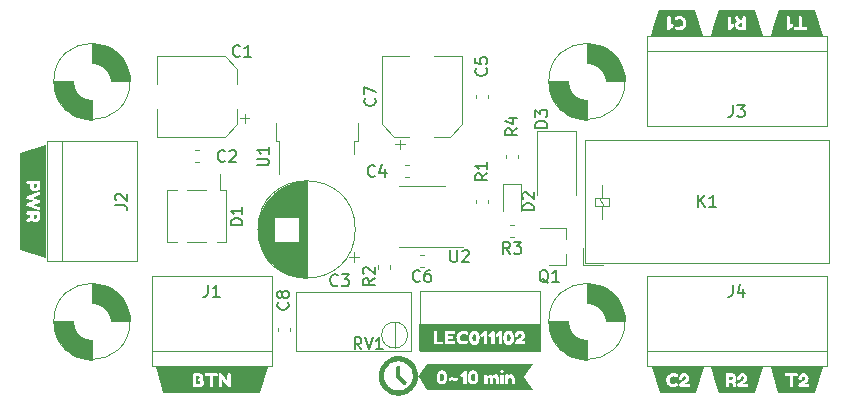
<source format=gto>
G04 #@! TF.GenerationSoftware,KiCad,Pcbnew,6.0.9-8da3e8f707~116~ubuntu20.04.1*
G04 #@! TF.CreationDate,2023-03-26T17:34:06+00:00*
G04 #@! TF.ProjectId,LEC011102,4c454330-3131-4313-9032-2e6b69636164,rev?*
G04 #@! TF.SameCoordinates,Original*
G04 #@! TF.FileFunction,Legend,Top*
G04 #@! TF.FilePolarity,Positive*
%FSLAX46Y46*%
G04 Gerber Fmt 4.6, Leading zero omitted, Abs format (unit mm)*
G04 Created by KiCad (PCBNEW 6.0.9-8da3e8f707~116~ubuntu20.04.1) date 2023-03-26 17:34:06*
%MOMM*%
%LPD*%
G01*
G04 APERTURE LIST*
%ADD10C,0.120000*%
%ADD11C,0.150000*%
%ADD12C,0.010000*%
%ADD13C,0.100000*%
G04 APERTURE END LIST*
D10*
X121730000Y-50800000D02*
X111570000Y-50800000D01*
X121730000Y-55880000D02*
X121730000Y-50800000D01*
X111570000Y-55880000D02*
X121730000Y-55880000D01*
X111570000Y-50800000D02*
X111570000Y-55880000D01*
D11*
G04 #@! TO.C,C1*
X96353333Y-30837142D02*
X96305714Y-30884761D01*
X96162857Y-30932380D01*
X96067619Y-30932380D01*
X95924761Y-30884761D01*
X95829523Y-30789523D01*
X95781904Y-30694285D01*
X95734285Y-30503809D01*
X95734285Y-30360952D01*
X95781904Y-30170476D01*
X95829523Y-30075238D01*
X95924761Y-29980000D01*
X96067619Y-29932380D01*
X96162857Y-29932380D01*
X96305714Y-29980000D01*
X96353333Y-30027619D01*
X97305714Y-30932380D02*
X96734285Y-30932380D01*
X97020000Y-30932380D02*
X97020000Y-29932380D01*
X96924761Y-30075238D01*
X96829523Y-30170476D01*
X96734285Y-30218095D01*
G04 #@! TO.C,C2*
X95083333Y-39727142D02*
X95035714Y-39774761D01*
X94892857Y-39822380D01*
X94797619Y-39822380D01*
X94654761Y-39774761D01*
X94559523Y-39679523D01*
X94511904Y-39584285D01*
X94464285Y-39393809D01*
X94464285Y-39250952D01*
X94511904Y-39060476D01*
X94559523Y-38965238D01*
X94654761Y-38870000D01*
X94797619Y-38822380D01*
X94892857Y-38822380D01*
X95035714Y-38870000D01*
X95083333Y-38917619D01*
X95464285Y-38917619D02*
X95511904Y-38870000D01*
X95607142Y-38822380D01*
X95845238Y-38822380D01*
X95940476Y-38870000D01*
X95988095Y-38917619D01*
X96035714Y-39012857D01*
X96035714Y-39108095D01*
X95988095Y-39250952D01*
X95416666Y-39822380D01*
X96035714Y-39822380D01*
G04 #@! TO.C,C4*
X107783333Y-40997142D02*
X107735714Y-41044761D01*
X107592857Y-41092380D01*
X107497619Y-41092380D01*
X107354761Y-41044761D01*
X107259523Y-40949523D01*
X107211904Y-40854285D01*
X107164285Y-40663809D01*
X107164285Y-40520952D01*
X107211904Y-40330476D01*
X107259523Y-40235238D01*
X107354761Y-40140000D01*
X107497619Y-40092380D01*
X107592857Y-40092380D01*
X107735714Y-40140000D01*
X107783333Y-40187619D01*
X108640476Y-40425714D02*
X108640476Y-41092380D01*
X108402380Y-40044761D02*
X108164285Y-40759047D01*
X108783333Y-40759047D01*
G04 #@! TO.C,C5*
X117197142Y-31916666D02*
X117244761Y-31964285D01*
X117292380Y-32107142D01*
X117292380Y-32202380D01*
X117244761Y-32345238D01*
X117149523Y-32440476D01*
X117054285Y-32488095D01*
X116863809Y-32535714D01*
X116720952Y-32535714D01*
X116530476Y-32488095D01*
X116435238Y-32440476D01*
X116340000Y-32345238D01*
X116292380Y-32202380D01*
X116292380Y-32107142D01*
X116340000Y-31964285D01*
X116387619Y-31916666D01*
X116292380Y-31011904D02*
X116292380Y-31488095D01*
X116768571Y-31535714D01*
X116720952Y-31488095D01*
X116673333Y-31392857D01*
X116673333Y-31154761D01*
X116720952Y-31059523D01*
X116768571Y-31011904D01*
X116863809Y-30964285D01*
X117101904Y-30964285D01*
X117197142Y-31011904D01*
X117244761Y-31059523D01*
X117292380Y-31154761D01*
X117292380Y-31392857D01*
X117244761Y-31488095D01*
X117197142Y-31535714D01*
G04 #@! TO.C,C7*
X107767142Y-34456666D02*
X107814761Y-34504285D01*
X107862380Y-34647142D01*
X107862380Y-34742380D01*
X107814761Y-34885238D01*
X107719523Y-34980476D01*
X107624285Y-35028095D01*
X107433809Y-35075714D01*
X107290952Y-35075714D01*
X107100476Y-35028095D01*
X107005238Y-34980476D01*
X106910000Y-34885238D01*
X106862380Y-34742380D01*
X106862380Y-34647142D01*
X106910000Y-34504285D01*
X106957619Y-34456666D01*
X106862380Y-34123333D02*
X106862380Y-33456666D01*
X107862380Y-33885238D01*
G04 #@! TO.C,D1*
X96562380Y-45188095D02*
X95562380Y-45188095D01*
X95562380Y-44950000D01*
X95610000Y-44807142D01*
X95705238Y-44711904D01*
X95800476Y-44664285D01*
X95990952Y-44616666D01*
X96133809Y-44616666D01*
X96324285Y-44664285D01*
X96419523Y-44711904D01*
X96514761Y-44807142D01*
X96562380Y-44950000D01*
X96562380Y-45188095D01*
X96562380Y-43664285D02*
X96562380Y-44235714D01*
X96562380Y-43950000D02*
X95562380Y-43950000D01*
X95705238Y-44045238D01*
X95800476Y-44140476D01*
X95848095Y-44235714D01*
G04 #@! TO.C,D2*
X121262380Y-43918095D02*
X120262380Y-43918095D01*
X120262380Y-43680000D01*
X120310000Y-43537142D01*
X120405238Y-43441904D01*
X120500476Y-43394285D01*
X120690952Y-43346666D01*
X120833809Y-43346666D01*
X121024285Y-43394285D01*
X121119523Y-43441904D01*
X121214761Y-43537142D01*
X121262380Y-43680000D01*
X121262380Y-43918095D01*
X120357619Y-42965714D02*
X120310000Y-42918095D01*
X120262380Y-42822857D01*
X120262380Y-42584761D01*
X120310000Y-42489523D01*
X120357619Y-42441904D01*
X120452857Y-42394285D01*
X120548095Y-42394285D01*
X120690952Y-42441904D01*
X121262380Y-43013333D01*
X121262380Y-42394285D01*
G04 #@! TO.C,D3*
X122372380Y-36933095D02*
X121372380Y-36933095D01*
X121372380Y-36695000D01*
X121420000Y-36552142D01*
X121515238Y-36456904D01*
X121610476Y-36409285D01*
X121800952Y-36361666D01*
X121943809Y-36361666D01*
X122134285Y-36409285D01*
X122229523Y-36456904D01*
X122324761Y-36552142D01*
X122372380Y-36695000D01*
X122372380Y-36933095D01*
X121372380Y-36028333D02*
X121372380Y-35409285D01*
X121753333Y-35742619D01*
X121753333Y-35599761D01*
X121800952Y-35504523D01*
X121848571Y-35456904D01*
X121943809Y-35409285D01*
X122181904Y-35409285D01*
X122277142Y-35456904D01*
X122324761Y-35504523D01*
X122372380Y-35599761D01*
X122372380Y-35885476D01*
X122324761Y-35980714D01*
X122277142Y-36028333D01*
G04 #@! TO.C,J1*
X93646666Y-50252380D02*
X93646666Y-50966666D01*
X93599047Y-51109523D01*
X93503809Y-51204761D01*
X93360952Y-51252380D01*
X93265714Y-51252380D01*
X94646666Y-51252380D02*
X94075238Y-51252380D01*
X94360952Y-51252380D02*
X94360952Y-50252380D01*
X94265714Y-50395238D01*
X94170476Y-50490476D01*
X94075238Y-50538095D01*
G04 #@! TO.C,J2*
X85812380Y-43513333D02*
X86526666Y-43513333D01*
X86669523Y-43560952D01*
X86764761Y-43656190D01*
X86812380Y-43799047D01*
X86812380Y-43894285D01*
X85907619Y-43084761D02*
X85860000Y-43037142D01*
X85812380Y-42941904D01*
X85812380Y-42703809D01*
X85860000Y-42608571D01*
X85907619Y-42560952D01*
X86002857Y-42513333D01*
X86098095Y-42513333D01*
X86240952Y-42560952D01*
X86812380Y-43132380D01*
X86812380Y-42513333D01*
G04 #@! TO.C,J3*
X138096666Y-35012380D02*
X138096666Y-35726666D01*
X138049047Y-35869523D01*
X137953809Y-35964761D01*
X137810952Y-36012380D01*
X137715714Y-36012380D01*
X138477619Y-35012380D02*
X139096666Y-35012380D01*
X138763333Y-35393333D01*
X138906190Y-35393333D01*
X139001428Y-35440952D01*
X139049047Y-35488571D01*
X139096666Y-35583809D01*
X139096666Y-35821904D01*
X139049047Y-35917142D01*
X139001428Y-35964761D01*
X138906190Y-36012380D01*
X138620476Y-36012380D01*
X138525238Y-35964761D01*
X138477619Y-35917142D01*
G04 #@! TO.C,J4*
X138066666Y-50252380D02*
X138066666Y-50966666D01*
X138019047Y-51109523D01*
X137923809Y-51204761D01*
X137780952Y-51252380D01*
X137685714Y-51252380D01*
X138971428Y-50585714D02*
X138971428Y-51252380D01*
X138733333Y-50204761D02*
X138495238Y-50919047D01*
X139114285Y-50919047D01*
G04 #@! TO.C,K1*
X135151904Y-43632380D02*
X135151904Y-42632380D01*
X135723333Y-43632380D02*
X135294761Y-43060952D01*
X135723333Y-42632380D02*
X135151904Y-43203809D01*
X136675714Y-43632380D02*
X136104285Y-43632380D01*
X136390000Y-43632380D02*
X136390000Y-42632380D01*
X136294761Y-42775238D01*
X136199523Y-42870476D01*
X136104285Y-42918095D01*
G04 #@! TO.C,Q1*
X122459761Y-50077619D02*
X122364523Y-50030000D01*
X122269285Y-49934761D01*
X122126428Y-49791904D01*
X122031190Y-49744285D01*
X121935952Y-49744285D01*
X121983571Y-49982380D02*
X121888333Y-49934761D01*
X121793095Y-49839523D01*
X121745476Y-49649047D01*
X121745476Y-49315714D01*
X121793095Y-49125238D01*
X121888333Y-49030000D01*
X121983571Y-48982380D01*
X122174047Y-48982380D01*
X122269285Y-49030000D01*
X122364523Y-49125238D01*
X122412142Y-49315714D01*
X122412142Y-49649047D01*
X122364523Y-49839523D01*
X122269285Y-49934761D01*
X122174047Y-49982380D01*
X121983571Y-49982380D01*
X123364523Y-49982380D02*
X122793095Y-49982380D01*
X123078809Y-49982380D02*
X123078809Y-48982380D01*
X122983571Y-49125238D01*
X122888333Y-49220476D01*
X122793095Y-49268095D01*
G04 #@! TO.C,R3*
X119213333Y-47602380D02*
X118880000Y-47126190D01*
X118641904Y-47602380D02*
X118641904Y-46602380D01*
X119022857Y-46602380D01*
X119118095Y-46650000D01*
X119165714Y-46697619D01*
X119213333Y-46792857D01*
X119213333Y-46935714D01*
X119165714Y-47030952D01*
X119118095Y-47078571D01*
X119022857Y-47126190D01*
X118641904Y-47126190D01*
X119546666Y-46602380D02*
X120165714Y-46602380D01*
X119832380Y-46983333D01*
X119975238Y-46983333D01*
X120070476Y-47030952D01*
X120118095Y-47078571D01*
X120165714Y-47173809D01*
X120165714Y-47411904D01*
X120118095Y-47507142D01*
X120070476Y-47554761D01*
X119975238Y-47602380D01*
X119689523Y-47602380D01*
X119594285Y-47554761D01*
X119546666Y-47507142D01*
G04 #@! TO.C,R4*
X119832380Y-36996666D02*
X119356190Y-37330000D01*
X119832380Y-37568095D02*
X118832380Y-37568095D01*
X118832380Y-37187142D01*
X118880000Y-37091904D01*
X118927619Y-37044285D01*
X119022857Y-36996666D01*
X119165714Y-36996666D01*
X119260952Y-37044285D01*
X119308571Y-37091904D01*
X119356190Y-37187142D01*
X119356190Y-37568095D01*
X119165714Y-36139523D02*
X119832380Y-36139523D01*
X118784761Y-36377619D02*
X119499047Y-36615714D01*
X119499047Y-35996666D01*
G04 #@! TO.C,U1*
X97822380Y-40131904D02*
X98631904Y-40131904D01*
X98727142Y-40084285D01*
X98774761Y-40036666D01*
X98822380Y-39941428D01*
X98822380Y-39750952D01*
X98774761Y-39655714D01*
X98727142Y-39608095D01*
X98631904Y-39560476D01*
X97822380Y-39560476D01*
X98822380Y-38560476D02*
X98822380Y-39131904D01*
X98822380Y-38846190D02*
X97822380Y-38846190D01*
X97965238Y-38941428D01*
X98060476Y-39036666D01*
X98108095Y-39131904D01*
G04 #@! TO.C,C3*
X104633333Y-50257142D02*
X104585714Y-50304761D01*
X104442857Y-50352380D01*
X104347619Y-50352380D01*
X104204761Y-50304761D01*
X104109523Y-50209523D01*
X104061904Y-50114285D01*
X104014285Y-49923809D01*
X104014285Y-49780952D01*
X104061904Y-49590476D01*
X104109523Y-49495238D01*
X104204761Y-49400000D01*
X104347619Y-49352380D01*
X104442857Y-49352380D01*
X104585714Y-49400000D01*
X104633333Y-49447619D01*
X104966666Y-49352380D02*
X105585714Y-49352380D01*
X105252380Y-49733333D01*
X105395238Y-49733333D01*
X105490476Y-49780952D01*
X105538095Y-49828571D01*
X105585714Y-49923809D01*
X105585714Y-50161904D01*
X105538095Y-50257142D01*
X105490476Y-50304761D01*
X105395238Y-50352380D01*
X105109523Y-50352380D01*
X105014285Y-50304761D01*
X104966666Y-50257142D01*
G04 #@! TO.C,RV1*
X106634761Y-55697380D02*
X106301428Y-55221190D01*
X106063333Y-55697380D02*
X106063333Y-54697380D01*
X106444285Y-54697380D01*
X106539523Y-54745000D01*
X106587142Y-54792619D01*
X106634761Y-54887857D01*
X106634761Y-55030714D01*
X106587142Y-55125952D01*
X106539523Y-55173571D01*
X106444285Y-55221190D01*
X106063333Y-55221190D01*
X106920476Y-54697380D02*
X107253809Y-55697380D01*
X107587142Y-54697380D01*
X108444285Y-55697380D02*
X107872857Y-55697380D01*
X108158571Y-55697380D02*
X108158571Y-54697380D01*
X108063333Y-54840238D01*
X107968095Y-54935476D01*
X107872857Y-54983095D01*
G04 #@! TO.C,R2*
X107767380Y-49696666D02*
X107291190Y-50030000D01*
X107767380Y-50268095D02*
X106767380Y-50268095D01*
X106767380Y-49887142D01*
X106815000Y-49791904D01*
X106862619Y-49744285D01*
X106957857Y-49696666D01*
X107100714Y-49696666D01*
X107195952Y-49744285D01*
X107243571Y-49791904D01*
X107291190Y-49887142D01*
X107291190Y-50268095D01*
X106862619Y-49315714D02*
X106815000Y-49268095D01*
X106767380Y-49172857D01*
X106767380Y-48934761D01*
X106815000Y-48839523D01*
X106862619Y-48791904D01*
X106957857Y-48744285D01*
X107053095Y-48744285D01*
X107195952Y-48791904D01*
X107767380Y-49363333D01*
X107767380Y-48744285D01*
G04 #@! TO.C,U2*
X114173095Y-47302380D02*
X114173095Y-48111904D01*
X114220714Y-48207142D01*
X114268333Y-48254761D01*
X114363571Y-48302380D01*
X114554047Y-48302380D01*
X114649285Y-48254761D01*
X114696904Y-48207142D01*
X114744523Y-48111904D01*
X114744523Y-47302380D01*
X115173095Y-47397619D02*
X115220714Y-47350000D01*
X115315952Y-47302380D01*
X115554047Y-47302380D01*
X115649285Y-47350000D01*
X115696904Y-47397619D01*
X115744523Y-47492857D01*
X115744523Y-47588095D01*
X115696904Y-47730952D01*
X115125476Y-48302380D01*
X115744523Y-48302380D01*
G04 #@! TO.C,R1*
X117292380Y-40806666D02*
X116816190Y-41140000D01*
X117292380Y-41378095D02*
X116292380Y-41378095D01*
X116292380Y-40997142D01*
X116340000Y-40901904D01*
X116387619Y-40854285D01*
X116482857Y-40806666D01*
X116625714Y-40806666D01*
X116720952Y-40854285D01*
X116768571Y-40901904D01*
X116816190Y-40997142D01*
X116816190Y-41378095D01*
X117292380Y-39854285D02*
X117292380Y-40425714D01*
X117292380Y-40140000D02*
X116292380Y-40140000D01*
X116435238Y-40235238D01*
X116530476Y-40330476D01*
X116578095Y-40425714D01*
G04 #@! TO.C,C6*
X111593333Y-49887142D02*
X111545714Y-49934761D01*
X111402857Y-49982380D01*
X111307619Y-49982380D01*
X111164761Y-49934761D01*
X111069523Y-49839523D01*
X111021904Y-49744285D01*
X110974285Y-49553809D01*
X110974285Y-49410952D01*
X111021904Y-49220476D01*
X111069523Y-49125238D01*
X111164761Y-49030000D01*
X111307619Y-48982380D01*
X111402857Y-48982380D01*
X111545714Y-49030000D01*
X111593333Y-49077619D01*
X112450476Y-48982380D02*
X112260000Y-48982380D01*
X112164761Y-49030000D01*
X112117142Y-49077619D01*
X112021904Y-49220476D01*
X111974285Y-49410952D01*
X111974285Y-49791904D01*
X112021904Y-49887142D01*
X112069523Y-49934761D01*
X112164761Y-49982380D01*
X112355238Y-49982380D01*
X112450476Y-49934761D01*
X112498095Y-49887142D01*
X112545714Y-49791904D01*
X112545714Y-49553809D01*
X112498095Y-49458571D01*
X112450476Y-49410952D01*
X112355238Y-49363333D01*
X112164761Y-49363333D01*
X112069523Y-49410952D01*
X112021904Y-49458571D01*
X111974285Y-49553809D01*
G04 #@! TO.C,C8*
X100407142Y-51716666D02*
X100454761Y-51764285D01*
X100502380Y-51907142D01*
X100502380Y-52002380D01*
X100454761Y-52145238D01*
X100359523Y-52240476D01*
X100264285Y-52288095D01*
X100073809Y-52335714D01*
X99930952Y-52335714D01*
X99740476Y-52288095D01*
X99645238Y-52240476D01*
X99550000Y-52145238D01*
X99502380Y-52002380D01*
X99502380Y-51907142D01*
X99550000Y-51764285D01*
X99597619Y-51716666D01*
X99930952Y-51145238D02*
X99883333Y-51240476D01*
X99835714Y-51288095D01*
X99740476Y-51335714D01*
X99692857Y-51335714D01*
X99597619Y-51288095D01*
X99550000Y-51240476D01*
X99502380Y-51145238D01*
X99502380Y-50954761D01*
X99550000Y-50859523D01*
X99597619Y-50811904D01*
X99692857Y-50764285D01*
X99740476Y-50764285D01*
X99835714Y-50811904D01*
X99883333Y-50859523D01*
X99930952Y-50954761D01*
X99930952Y-51145238D01*
X99978571Y-51240476D01*
X100026190Y-51288095D01*
X100121428Y-51335714D01*
X100311904Y-51335714D01*
X100407142Y-51288095D01*
X100454761Y-51240476D01*
X100502380Y-51145238D01*
X100502380Y-50954761D01*
X100454761Y-50859523D01*
X100407142Y-50811904D01*
X100311904Y-50764285D01*
X100121428Y-50764285D01*
X100026190Y-50811904D01*
X99978571Y-50859523D01*
X99930952Y-50954761D01*
D10*
G04 #@! TO.C,C1*
X96753750Y-36531250D02*
X96753750Y-35743750D01*
X96120000Y-31944437D02*
X95055563Y-30880000D01*
X95055563Y-37700000D02*
X89300000Y-37700000D01*
X96120000Y-36635563D02*
X96120000Y-35350000D01*
X96120000Y-31944437D02*
X96120000Y-33230000D01*
X89300000Y-37700000D02*
X89300000Y-35350000D01*
X95055563Y-30880000D02*
X89300000Y-30880000D01*
X89300000Y-30880000D02*
X89300000Y-33230000D01*
X96120000Y-36635563D02*
X95055563Y-37700000D01*
X97147500Y-36137500D02*
X96360000Y-36137500D01*
G04 #@! TO.C,C2*
X92872779Y-39880000D02*
X92547221Y-39880000D01*
X92872779Y-38860000D02*
X92547221Y-38860000D01*
G04 #@! TO.C,C4*
X110327221Y-40130000D02*
X110652779Y-40130000D01*
X110327221Y-41150000D02*
X110652779Y-41150000D01*
G04 #@! TO.C,C5*
X116330000Y-34452779D02*
X116330000Y-34127221D01*
X117350000Y-34452779D02*
X117350000Y-34127221D01*
G04 #@! TO.C,C7*
X109912500Y-38727500D02*
X109912500Y-37940000D01*
X109518750Y-38333750D02*
X110306250Y-38333750D01*
X109414437Y-37700000D02*
X108350000Y-36635563D01*
X115170000Y-36635563D02*
X115170000Y-30880000D01*
X114105563Y-37700000D02*
X112820000Y-37700000D01*
X108350000Y-36635563D02*
X108350000Y-30880000D01*
X114105563Y-37700000D02*
X115170000Y-36635563D01*
X108350000Y-30880000D02*
X110700000Y-30880000D01*
X109414437Y-37700000D02*
X110700000Y-37700000D01*
X115170000Y-30880000D02*
X112820000Y-30880000D01*
G04 #@! TO.C,D1*
X91010000Y-46650000D02*
X90210000Y-46650000D01*
X95210000Y-46650000D02*
X95210000Y-42250000D01*
X93510000Y-46650000D02*
X91910000Y-46650000D01*
X90210000Y-46650000D02*
X90210000Y-42250000D01*
X94710000Y-42250000D02*
X94710000Y-40850000D01*
X95210000Y-42250000D02*
X94710000Y-42250000D01*
X90210000Y-42250000D02*
X91010000Y-42250000D01*
X94410000Y-46650000D02*
X95210000Y-46650000D01*
X93510000Y-42250000D02*
X91910000Y-42250000D01*
G04 #@! TO.C,D2*
X120115000Y-41695000D02*
X118645000Y-41695000D01*
X120115000Y-43980000D02*
X120115000Y-41695000D01*
X118645000Y-41695000D02*
X118645000Y-43980000D01*
G04 #@! TO.C,D3*
X121540000Y-37240000D02*
X121540000Y-42640000D01*
X124840000Y-37240000D02*
X124840000Y-42640000D01*
X124840000Y-37240000D02*
X121540000Y-37240000D01*
G04 #@! TO.C,H1*
X87044903Y-53340000D02*
G75*
G03*
X87044903Y-53340000I-3224903J0D01*
G01*
G36*
X84320000Y-50140000D02*
G01*
X85320000Y-50440000D01*
X86120000Y-51040000D01*
X86620000Y-51740000D01*
X86920000Y-52440000D01*
X87020000Y-52840000D01*
X87020000Y-53340000D01*
X85420000Y-53340000D01*
X85420000Y-53240000D01*
X85320000Y-52840000D01*
X85120000Y-52440000D01*
X84720000Y-52040000D01*
X84320000Y-51840000D01*
X83920000Y-51740000D01*
X83820000Y-51740000D01*
X83820000Y-50115097D01*
X84320000Y-50140000D01*
G37*
D12*
X84320000Y-50140000D02*
X85320000Y-50440000D01*
X86120000Y-51040000D01*
X86620000Y-51740000D01*
X86920000Y-52440000D01*
X87020000Y-52840000D01*
X87020000Y-53340000D01*
X85420000Y-53340000D01*
X85420000Y-53240000D01*
X85320000Y-52840000D01*
X85120000Y-52440000D01*
X84720000Y-52040000D01*
X84320000Y-51840000D01*
X83920000Y-51740000D01*
X83820000Y-51740000D01*
X83820000Y-50115097D01*
X84320000Y-50140000D01*
G36*
X82220000Y-53440000D02*
G01*
X82320000Y-53840000D01*
X82520000Y-54240000D01*
X82920000Y-54640000D01*
X83320000Y-54840000D01*
X83720000Y-54940000D01*
X83820000Y-54940000D01*
X83820000Y-56564903D01*
X83320000Y-56540000D01*
X82320000Y-56240000D01*
X81520000Y-55640000D01*
X81020000Y-54940000D01*
X80720000Y-54240000D01*
X80620000Y-53840000D01*
X80620000Y-53340000D01*
X82220000Y-53340000D01*
X82220000Y-53440000D01*
G37*
X82220000Y-53440000D02*
X82320000Y-53840000D01*
X82520000Y-54240000D01*
X82920000Y-54640000D01*
X83320000Y-54840000D01*
X83720000Y-54940000D01*
X83820000Y-54940000D01*
X83820000Y-56564903D01*
X83320000Y-56540000D01*
X82320000Y-56240000D01*
X81520000Y-55640000D01*
X81020000Y-54940000D01*
X80720000Y-54240000D01*
X80620000Y-53840000D01*
X80620000Y-53340000D01*
X82220000Y-53340000D01*
X82220000Y-53440000D01*
D10*
G04 #@! TO.C,H2*
X128954903Y-33020000D02*
G75*
G03*
X128954903Y-33020000I-3224903J0D01*
G01*
G36*
X124130000Y-33120000D02*
G01*
X124230000Y-33520000D01*
X124430000Y-33920000D01*
X124830000Y-34320000D01*
X125230000Y-34520000D01*
X125630000Y-34620000D01*
X125730000Y-34620000D01*
X125730000Y-36244903D01*
X125230000Y-36220000D01*
X124230000Y-35920000D01*
X123430000Y-35320000D01*
X122930000Y-34620000D01*
X122630000Y-33920000D01*
X122530000Y-33520000D01*
X122530000Y-33020000D01*
X124130000Y-33020000D01*
X124130000Y-33120000D01*
G37*
D12*
X124130000Y-33120000D02*
X124230000Y-33520000D01*
X124430000Y-33920000D01*
X124830000Y-34320000D01*
X125230000Y-34520000D01*
X125630000Y-34620000D01*
X125730000Y-34620000D01*
X125730000Y-36244903D01*
X125230000Y-36220000D01*
X124230000Y-35920000D01*
X123430000Y-35320000D01*
X122930000Y-34620000D01*
X122630000Y-33920000D01*
X122530000Y-33520000D01*
X122530000Y-33020000D01*
X124130000Y-33020000D01*
X124130000Y-33120000D01*
G36*
X126230000Y-29820000D02*
G01*
X127230000Y-30120000D01*
X128030000Y-30720000D01*
X128530000Y-31420000D01*
X128830000Y-32120000D01*
X128930000Y-32520000D01*
X128930000Y-33020000D01*
X127330000Y-33020000D01*
X127330000Y-32920000D01*
X127230000Y-32520000D01*
X127030000Y-32120000D01*
X126630000Y-31720000D01*
X126230000Y-31520000D01*
X125830000Y-31420000D01*
X125730000Y-31420000D01*
X125730000Y-29795097D01*
X126230000Y-29820000D01*
G37*
X126230000Y-29820000D02*
X127230000Y-30120000D01*
X128030000Y-30720000D01*
X128530000Y-31420000D01*
X128830000Y-32120000D01*
X128930000Y-32520000D01*
X128930000Y-33020000D01*
X127330000Y-33020000D01*
X127330000Y-32920000D01*
X127230000Y-32520000D01*
X127030000Y-32120000D01*
X126630000Y-31720000D01*
X126230000Y-31520000D01*
X125830000Y-31420000D01*
X125730000Y-31420000D01*
X125730000Y-29795097D01*
X126230000Y-29820000D01*
D10*
G04 #@! TO.C,H3*
X87044903Y-33020000D02*
G75*
G03*
X87044903Y-33020000I-3224903J0D01*
G01*
G36*
X84320000Y-29820000D02*
G01*
X85320000Y-30120000D01*
X86120000Y-30720000D01*
X86620000Y-31420000D01*
X86920000Y-32120000D01*
X87020000Y-32520000D01*
X87020000Y-33020000D01*
X85420000Y-33020000D01*
X85420000Y-32920000D01*
X85320000Y-32520000D01*
X85120000Y-32120000D01*
X84720000Y-31720000D01*
X84320000Y-31520000D01*
X83920000Y-31420000D01*
X83820000Y-31420000D01*
X83820000Y-29795097D01*
X84320000Y-29820000D01*
G37*
D12*
X84320000Y-29820000D02*
X85320000Y-30120000D01*
X86120000Y-30720000D01*
X86620000Y-31420000D01*
X86920000Y-32120000D01*
X87020000Y-32520000D01*
X87020000Y-33020000D01*
X85420000Y-33020000D01*
X85420000Y-32920000D01*
X85320000Y-32520000D01*
X85120000Y-32120000D01*
X84720000Y-31720000D01*
X84320000Y-31520000D01*
X83920000Y-31420000D01*
X83820000Y-31420000D01*
X83820000Y-29795097D01*
X84320000Y-29820000D01*
G36*
X82220000Y-33120000D02*
G01*
X82320000Y-33520000D01*
X82520000Y-33920000D01*
X82920000Y-34320000D01*
X83320000Y-34520000D01*
X83720000Y-34620000D01*
X83820000Y-34620000D01*
X83820000Y-36244903D01*
X83320000Y-36220000D01*
X82320000Y-35920000D01*
X81520000Y-35320000D01*
X81020000Y-34620000D01*
X80720000Y-33920000D01*
X80620000Y-33520000D01*
X80620000Y-33020000D01*
X82220000Y-33020000D01*
X82220000Y-33120000D01*
G37*
X82220000Y-33120000D02*
X82320000Y-33520000D01*
X82520000Y-33920000D01*
X82920000Y-34320000D01*
X83320000Y-34520000D01*
X83720000Y-34620000D01*
X83820000Y-34620000D01*
X83820000Y-36244903D01*
X83320000Y-36220000D01*
X82320000Y-35920000D01*
X81520000Y-35320000D01*
X81020000Y-34620000D01*
X80720000Y-33920000D01*
X80620000Y-33520000D01*
X80620000Y-33020000D01*
X82220000Y-33020000D01*
X82220000Y-33120000D01*
D10*
G04 #@! TO.C,H4*
X128954903Y-53340000D02*
G75*
G03*
X128954903Y-53340000I-3224903J0D01*
G01*
G36*
X126230000Y-50140000D02*
G01*
X127230000Y-50440000D01*
X128030000Y-51040000D01*
X128530000Y-51740000D01*
X128830000Y-52440000D01*
X128930000Y-52840000D01*
X128930000Y-53340000D01*
X127330000Y-53340000D01*
X127330000Y-53240000D01*
X127230000Y-52840000D01*
X127030000Y-52440000D01*
X126630000Y-52040000D01*
X126230000Y-51840000D01*
X125830000Y-51740000D01*
X125730000Y-51740000D01*
X125730000Y-50115097D01*
X126230000Y-50140000D01*
G37*
D12*
X126230000Y-50140000D02*
X127230000Y-50440000D01*
X128030000Y-51040000D01*
X128530000Y-51740000D01*
X128830000Y-52440000D01*
X128930000Y-52840000D01*
X128930000Y-53340000D01*
X127330000Y-53340000D01*
X127330000Y-53240000D01*
X127230000Y-52840000D01*
X127030000Y-52440000D01*
X126630000Y-52040000D01*
X126230000Y-51840000D01*
X125830000Y-51740000D01*
X125730000Y-51740000D01*
X125730000Y-50115097D01*
X126230000Y-50140000D01*
G36*
X124130000Y-53440000D02*
G01*
X124230000Y-53840000D01*
X124430000Y-54240000D01*
X124830000Y-54640000D01*
X125230000Y-54840000D01*
X125630000Y-54940000D01*
X125730000Y-54940000D01*
X125730000Y-56564903D01*
X125230000Y-56540000D01*
X124230000Y-56240000D01*
X123430000Y-55640000D01*
X122930000Y-54940000D01*
X122630000Y-54240000D01*
X122530000Y-53840000D01*
X122530000Y-53340000D01*
X124130000Y-53340000D01*
X124130000Y-53440000D01*
G37*
X124130000Y-53440000D02*
X124230000Y-53840000D01*
X124430000Y-54240000D01*
X124830000Y-54640000D01*
X125230000Y-54840000D01*
X125630000Y-54940000D01*
X125730000Y-54940000D01*
X125730000Y-56564903D01*
X125230000Y-56540000D01*
X124230000Y-56240000D01*
X123430000Y-55640000D01*
X122930000Y-54940000D01*
X122630000Y-54240000D01*
X122530000Y-53840000D01*
X122530000Y-53340000D01*
X124130000Y-53340000D01*
X124130000Y-53440000D01*
D10*
G04 #@! TO.C,J1*
X99060000Y-55880000D02*
X88900000Y-55880000D01*
X88900000Y-49530000D02*
X88900000Y-57150000D01*
X99060000Y-57150000D02*
X99060000Y-49530000D01*
X88900000Y-57150000D02*
X99060000Y-57150000D01*
X99060000Y-49530000D02*
X88900000Y-49530000D01*
G04 #@! TO.C,J2*
X80010000Y-48260000D02*
X87630000Y-48260000D01*
X80010000Y-38100000D02*
X80010000Y-48260000D01*
X87630000Y-38100000D02*
X80010000Y-38100000D01*
X81280000Y-48260000D02*
X81280000Y-38100000D01*
X87630000Y-48260000D02*
X87630000Y-38100000D01*
G04 #@! TO.C,J3*
X146050000Y-29210000D02*
X130810000Y-29210000D01*
X146050000Y-30480000D02*
X130810000Y-30480000D01*
X130810000Y-29210000D02*
X130810000Y-36830000D01*
X146050000Y-36830000D02*
X130810000Y-36830000D01*
X146050000Y-29210000D02*
X146050000Y-36830000D01*
G04 #@! TO.C,J4*
X130810000Y-55880000D02*
X146050000Y-55880000D01*
X146050000Y-57150000D02*
X146050000Y-49530000D01*
X130810000Y-57150000D02*
X146050000Y-57150000D01*
X130810000Y-49530000D02*
X146050000Y-49530000D01*
X130810000Y-57150000D02*
X130810000Y-49530000D01*
G04 #@! TO.C,K1*
X127600000Y-43590000D02*
X127600000Y-42890000D01*
X126400000Y-43590000D02*
X127600000Y-43590000D01*
X125600000Y-48390000D02*
X125600000Y-37990000D01*
X127200000Y-43590000D02*
X126800000Y-42890000D01*
X127100000Y-48590000D02*
X125400000Y-48590000D01*
X125600000Y-37990000D02*
X146200000Y-37990000D01*
X127000000Y-42890000D02*
X127000000Y-41790000D01*
X146200000Y-37990000D02*
X146200000Y-48390000D01*
X127600000Y-42890000D02*
X126400000Y-42890000D01*
X146200000Y-48390000D02*
X125600000Y-48390000D01*
X127000000Y-43590000D02*
X127000000Y-44690000D01*
X126400000Y-42890000D02*
X126400000Y-43590000D01*
X125400000Y-48590000D02*
X125400000Y-47090000D01*
G04 #@! TO.C,Q1*
X123950000Y-45410000D02*
X121790000Y-45410000D01*
X123950000Y-48570000D02*
X122490000Y-48570000D01*
X123950000Y-48570000D02*
X123950000Y-47640000D01*
X123950000Y-45410000D02*
X123950000Y-46340000D01*
G04 #@! TO.C,R3*
X119542779Y-46230000D02*
X119217221Y-46230000D01*
X119542779Y-45210000D02*
X119217221Y-45210000D01*
G04 #@! TO.C,R4*
X119890000Y-39207221D02*
X119890000Y-39532779D01*
X118870000Y-39207221D02*
X118870000Y-39532779D01*
G04 #@! TO.C,U1*
X99690000Y-38030000D02*
X99690000Y-40860000D01*
X106320000Y-38030000D02*
X106050000Y-38030000D01*
X106320000Y-36530000D02*
X106320000Y-38030000D01*
X106050000Y-38030000D02*
X106050000Y-39130000D01*
X99420000Y-38030000D02*
X99690000Y-38030000D01*
X99420000Y-36530000D02*
X99420000Y-38030000D01*
G04 #@! TO.C,C3*
X99641651Y-48888000D02*
X99641651Y-46590000D01*
X100081651Y-44510000D02*
X100081651Y-41944000D01*
X99881651Y-49043000D02*
X99881651Y-46590000D01*
X100841651Y-49464000D02*
X100841651Y-46590000D01*
X100721651Y-49427000D02*
X100721651Y-46590000D01*
X98801651Y-48106000D02*
X98801651Y-42994000D01*
X99401651Y-44510000D02*
X99401651Y-42394000D01*
X98041651Y-46648000D02*
X98041651Y-44452000D01*
X99921651Y-44510000D02*
X99921651Y-42033000D01*
X101322651Y-49574000D02*
X101322651Y-41526000D01*
X99521651Y-48800000D02*
X99521651Y-46590000D01*
X99441651Y-44510000D02*
X99441651Y-42361000D01*
X98321651Y-47363000D02*
X98321651Y-43737000D01*
X98961651Y-48291000D02*
X98961651Y-42809000D01*
X100481651Y-49340000D02*
X100481651Y-46590000D01*
X101842651Y-49627000D02*
X101842651Y-41473000D01*
X100201651Y-49216000D02*
X100201651Y-46590000D01*
X99801651Y-44510000D02*
X99801651Y-42106000D01*
X100961651Y-44510000D02*
X100961651Y-41603000D01*
X102002651Y-49630000D02*
X102002651Y-41470000D01*
X99241651Y-44510000D02*
X99241651Y-42531000D01*
X101642651Y-49615000D02*
X101642651Y-41485000D01*
X99161651Y-48495000D02*
X99161651Y-42605000D01*
X101121651Y-44510000D02*
X101121651Y-41565000D01*
X100161651Y-49197000D02*
X100161651Y-46590000D01*
X100801651Y-44510000D02*
X100801651Y-41648000D01*
X100321651Y-44510000D02*
X100321651Y-41828000D01*
X101201651Y-44510000D02*
X101201651Y-41548000D01*
X99361651Y-48674000D02*
X99361651Y-46590000D01*
X101121651Y-49535000D02*
X101121651Y-46590000D01*
X98481651Y-47652000D02*
X98481651Y-43448000D01*
X100281651Y-44510000D02*
X100281651Y-41846000D01*
X100881651Y-44510000D02*
X100881651Y-41625000D01*
X101682651Y-49618000D02*
X101682651Y-41482000D01*
X101442651Y-49592000D02*
X101442651Y-41508000D01*
X101362651Y-49580000D02*
X101362651Y-41520000D01*
X98121651Y-46896000D02*
X98121651Y-44204000D01*
X101402651Y-49587000D02*
X101402651Y-41513000D01*
X98161651Y-47003000D02*
X98161651Y-44097000D01*
X98081651Y-46779000D02*
X98081651Y-44321000D01*
X101522651Y-49602000D02*
X101522651Y-41498000D01*
X100241651Y-49236000D02*
X100241651Y-46590000D01*
X98641651Y-47895000D02*
X98641651Y-43205000D01*
X99761651Y-44510000D02*
X99761651Y-42132000D01*
X100921651Y-44510000D02*
X100921651Y-41614000D01*
X98841651Y-48154000D02*
X98841651Y-42946000D01*
X101802651Y-49626000D02*
X101802651Y-41474000D01*
X101882651Y-49629000D02*
X101882651Y-41471000D01*
X101281651Y-49567000D02*
X101281651Y-46590000D01*
X101602651Y-49611000D02*
X101602651Y-41489000D01*
X99321651Y-44510000D02*
X99321651Y-42460000D01*
X100001651Y-44510000D02*
X100001651Y-41988000D01*
X100201651Y-44510000D02*
X100201651Y-41884000D01*
X101081651Y-44510000D02*
X101081651Y-41574000D01*
X99521651Y-44510000D02*
X99521651Y-42300000D01*
X99201651Y-48533000D02*
X99201651Y-42567000D01*
X99001651Y-48334000D02*
X99001651Y-42766000D01*
X100481651Y-44510000D02*
X100481651Y-41760000D01*
X99361651Y-44510000D02*
X99361651Y-42426000D01*
X99601651Y-48859000D02*
X99601651Y-46590000D01*
X100601651Y-49385000D02*
X100601651Y-46590000D01*
X99761651Y-48968000D02*
X99761651Y-46590000D01*
X98761651Y-48055000D02*
X98761651Y-43045000D01*
X100681651Y-49413000D02*
X100681651Y-46590000D01*
X101081651Y-49526000D02*
X101081651Y-46590000D01*
X98401651Y-47514000D02*
X98401651Y-43586000D01*
X100401651Y-44510000D02*
X100401651Y-41793000D01*
X100961651Y-49497000D02*
X100961651Y-46590000D01*
X100521651Y-49355000D02*
X100521651Y-46590000D01*
X100921651Y-49486000D02*
X100921651Y-46590000D01*
X100241651Y-44510000D02*
X100241651Y-41864000D01*
X99601651Y-44510000D02*
X99601651Y-42241000D01*
X99081651Y-48417000D02*
X99081651Y-42683000D01*
X101241651Y-44510000D02*
X101241651Y-41540000D01*
X100721651Y-44510000D02*
X100721651Y-41673000D01*
X100081651Y-49156000D02*
X100081651Y-46590000D01*
X101161651Y-49544000D02*
X101161651Y-46590000D01*
X101041651Y-49517000D02*
X101041651Y-46590000D01*
X99041651Y-48376000D02*
X99041651Y-42724000D01*
X99481651Y-44510000D02*
X99481651Y-42330000D01*
X100441651Y-49324000D02*
X100441651Y-46590000D01*
X99801651Y-48994000D02*
X99801651Y-46590000D01*
X98361651Y-47440000D02*
X98361651Y-43660000D01*
X99561651Y-44510000D02*
X99561651Y-42270000D01*
X100361651Y-44510000D02*
X100361651Y-41810000D01*
X100401651Y-49307000D02*
X100401651Y-46590000D01*
X100321651Y-49272000D02*
X100321651Y-46590000D01*
X99321651Y-48640000D02*
X99321651Y-46590000D01*
X100121651Y-44510000D02*
X100121651Y-41923000D01*
X100881651Y-49475000D02*
X100881651Y-46590000D01*
X99241651Y-48569000D02*
X99241651Y-46590000D01*
X99841651Y-49019000D02*
X99841651Y-46590000D01*
X98241651Y-47195000D02*
X98241651Y-43905000D01*
X98721651Y-48004000D02*
X98721651Y-43096000D01*
X100601651Y-44510000D02*
X100601651Y-41715000D01*
X100761651Y-49439000D02*
X100761651Y-46590000D01*
X101482651Y-49598000D02*
X101482651Y-41502000D01*
X100761651Y-44510000D02*
X100761651Y-41661000D01*
X100361651Y-49290000D02*
X100361651Y-46590000D01*
X98561651Y-47778000D02*
X98561651Y-43322000D01*
X99921651Y-49067000D02*
X99921651Y-46590000D01*
X99481651Y-48770000D02*
X99481651Y-46590000D01*
X99681651Y-44510000D02*
X99681651Y-42185000D01*
X100681651Y-44510000D02*
X100681651Y-41687000D01*
X99721651Y-44510000D02*
X99721651Y-42158000D01*
X99841651Y-44510000D02*
X99841651Y-42081000D01*
X101001651Y-49507000D02*
X101001651Y-46590000D01*
X101001651Y-44510000D02*
X101001651Y-41593000D01*
X99281651Y-48605000D02*
X99281651Y-46590000D01*
X101722651Y-49621000D02*
X101722651Y-41479000D01*
X100041651Y-49134000D02*
X100041651Y-46590000D01*
X101281651Y-44510000D02*
X101281651Y-41533000D01*
X98881651Y-48201000D02*
X98881651Y-42899000D01*
X101201651Y-49552000D02*
X101201651Y-46590000D01*
X101241651Y-49560000D02*
X101241651Y-46590000D01*
X101922651Y-49630000D02*
X101922651Y-41470000D01*
X100521651Y-44510000D02*
X100521651Y-41745000D01*
X106012349Y-48265000D02*
X106012349Y-47465000D01*
X101161651Y-44510000D02*
X101161651Y-41556000D01*
X98921651Y-48247000D02*
X98921651Y-42853000D01*
X98001651Y-46498000D02*
X98001651Y-44602000D01*
X99281651Y-44510000D02*
X99281651Y-42495000D01*
X98441651Y-47584000D02*
X98441651Y-43516000D01*
X98521651Y-47716000D02*
X98521651Y-43384000D01*
X100641651Y-44510000D02*
X100641651Y-41700000D01*
X99401651Y-48706000D02*
X99401651Y-46590000D01*
X97921651Y-46083000D02*
X97921651Y-45017000D01*
X101962651Y-49630000D02*
X101962651Y-41470000D01*
X100161651Y-44510000D02*
X100161651Y-41903000D01*
X99721651Y-48942000D02*
X99721651Y-46590000D01*
X99881651Y-44510000D02*
X99881651Y-42057000D01*
X100121651Y-49177000D02*
X100121651Y-46590000D01*
X99961651Y-44510000D02*
X99961651Y-42010000D01*
X100281651Y-49254000D02*
X100281651Y-46590000D01*
X100561651Y-44510000D02*
X100561651Y-41729000D01*
X100561651Y-49371000D02*
X100561651Y-46590000D01*
X100641651Y-49400000D02*
X100641651Y-46590000D01*
X100001651Y-49112000D02*
X100001651Y-46590000D01*
X101762651Y-49624000D02*
X101762651Y-41476000D01*
X99121651Y-48457000D02*
X99121651Y-42643000D01*
X98601651Y-47837000D02*
X98601651Y-43263000D01*
X99561651Y-48830000D02*
X99561651Y-46590000D01*
X99681651Y-48915000D02*
X99681651Y-46590000D01*
X101041651Y-44510000D02*
X101041651Y-41583000D01*
X99641651Y-44510000D02*
X99641651Y-42212000D01*
X106412349Y-47865000D02*
X105612349Y-47865000D01*
X100041651Y-44510000D02*
X100041651Y-41966000D01*
X100801651Y-49452000D02*
X100801651Y-46590000D01*
X99961651Y-49090000D02*
X99961651Y-46590000D01*
X98681651Y-47950000D02*
X98681651Y-43150000D01*
X98281651Y-47281000D02*
X98281651Y-43819000D01*
X98201651Y-47102000D02*
X98201651Y-43998000D01*
X97961651Y-46318000D02*
X97961651Y-44782000D01*
X99441651Y-48739000D02*
X99441651Y-46590000D01*
X101562651Y-49607000D02*
X101562651Y-41493000D01*
X100841651Y-44510000D02*
X100841651Y-41636000D01*
X100441651Y-44510000D02*
X100441651Y-41776000D01*
X106122651Y-45550000D02*
G75*
G03*
X106122651Y-45550000I-4120000J0D01*
G01*
G04 #@! TO.C,RV1*
X101075000Y-50810000D02*
X101075000Y-55880000D01*
D13*
X109455000Y-55575000D02*
X109456000Y-53406000D01*
D10*
X101075000Y-55880000D02*
X110845000Y-55880000D01*
X101075000Y-50810000D02*
X110845000Y-50810000D01*
X110845000Y-50810000D02*
X110845000Y-55880000D01*
D13*
X110550000Y-54490000D02*
G75*
G03*
X110550000Y-54490000I-1095000J0D01*
G01*
D10*
G04 #@! TO.C,R2*
X108075000Y-48579721D02*
X108075000Y-48905279D01*
X109095000Y-48579721D02*
X109095000Y-48905279D01*
G04 #@! TO.C,U2*
X111760000Y-47010000D02*
X109810000Y-47010000D01*
X111760000Y-41890000D02*
X113710000Y-41890000D01*
X111760000Y-41890000D02*
X109810000Y-41890000D01*
X111760000Y-47010000D02*
X115210000Y-47010000D01*
G04 #@! TO.C,R1*
X117350000Y-43017221D02*
X117350000Y-43342779D01*
X116330000Y-43017221D02*
X116330000Y-43342779D01*
G04 #@! TO.C,C6*
X111597221Y-47750000D02*
X111922779Y-47750000D01*
X111597221Y-48770000D02*
X111922779Y-48770000D01*
G04 #@! TO.C,G\u002A\u002A\u002A*
G36*
X108106806Y-57867808D02*
G01*
X108107999Y-57816184D01*
X108110096Y-57770067D01*
X108113099Y-57732484D01*
X108114419Y-57721500D01*
X108140272Y-57575374D01*
X108177361Y-57434490D01*
X108225483Y-57299256D01*
X108284436Y-57170077D01*
X108354018Y-57047363D01*
X108434027Y-56931520D01*
X108524259Y-56822956D01*
X108598481Y-56746595D01*
X108707421Y-56650166D01*
X108822329Y-56564927D01*
X108943252Y-56490854D01*
X109070237Y-56427925D01*
X109203330Y-56376119D01*
X109342577Y-56335412D01*
X109488026Y-56305783D01*
X109537500Y-56298419D01*
X109571218Y-56295086D01*
X109614575Y-56292659D01*
X109664543Y-56291136D01*
X109718091Y-56290519D01*
X109772191Y-56290806D01*
X109823815Y-56291999D01*
X109869932Y-56294096D01*
X109907515Y-56297099D01*
X109918500Y-56298419D01*
X110064625Y-56324272D01*
X110205509Y-56361361D01*
X110340743Y-56409483D01*
X110469922Y-56468436D01*
X110592636Y-56538018D01*
X110708479Y-56618027D01*
X110817043Y-56708259D01*
X110893404Y-56782481D01*
X110989833Y-56891421D01*
X111075072Y-57006329D01*
X111149145Y-57127252D01*
X111212074Y-57254237D01*
X111263880Y-57387330D01*
X111304587Y-57526577D01*
X111334216Y-57672026D01*
X111341580Y-57721500D01*
X111344913Y-57755218D01*
X111347340Y-57798575D01*
X111348863Y-57848543D01*
X111349480Y-57902091D01*
X111349193Y-57956191D01*
X111348000Y-58007815D01*
X111345903Y-58053932D01*
X111342900Y-58091515D01*
X111341580Y-58102500D01*
X111315610Y-58250009D01*
X111278570Y-58391303D01*
X111230437Y-58526426D01*
X111171189Y-58655425D01*
X111100803Y-58778348D01*
X111019259Y-58895240D01*
X110926533Y-59006149D01*
X110893404Y-59041518D01*
X110790709Y-59139116D01*
X110680304Y-59226788D01*
X110562738Y-59304258D01*
X110438556Y-59371249D01*
X110308306Y-59427486D01*
X110172536Y-59472693D01*
X110031791Y-59506594D01*
X109941115Y-59521980D01*
X109912453Y-59525211D01*
X109874972Y-59528180D01*
X109831642Y-59530775D01*
X109785433Y-59532884D01*
X109739316Y-59534395D01*
X109696262Y-59535195D01*
X109659243Y-59535173D01*
X109631228Y-59534216D01*
X109626400Y-59533854D01*
X109476162Y-59515136D01*
X109332309Y-59485470D01*
X109194672Y-59444789D01*
X109063086Y-59393028D01*
X108937384Y-59330117D01*
X108817398Y-59255991D01*
X108702962Y-59170582D01*
X108683425Y-59154412D01*
X108577692Y-59057444D01*
X108481883Y-58952680D01*
X108396202Y-58840496D01*
X108320854Y-58721273D01*
X108256043Y-58595389D01*
X108201974Y-58463222D01*
X108158853Y-58325152D01*
X108126885Y-58181556D01*
X108114419Y-58102500D01*
X108111086Y-58068781D01*
X108108659Y-58025424D01*
X108107136Y-57975456D01*
X108106860Y-57951432D01*
X108458446Y-57951432D01*
X108468052Y-58071762D01*
X108489205Y-58191074D01*
X108521907Y-58308580D01*
X108566156Y-58423492D01*
X108621954Y-58535021D01*
X108689299Y-58642380D01*
X108714367Y-58677175D01*
X108739140Y-58707912D01*
X108771325Y-58744142D01*
X108808449Y-58783392D01*
X108848036Y-58823184D01*
X108887610Y-58861045D01*
X108924697Y-58894498D01*
X108956820Y-58921068D01*
X108962825Y-58925632D01*
X109068022Y-58996329D01*
X109179356Y-59056502D01*
X109295587Y-59105640D01*
X109415476Y-59143235D01*
X109537784Y-59168775D01*
X109562312Y-59172376D01*
X109610956Y-59177257D01*
X109667921Y-59180137D01*
X109728986Y-59181016D01*
X109789929Y-59179890D01*
X109846531Y-59176758D01*
X109888012Y-59172526D01*
X110013357Y-59149627D01*
X110135336Y-59114592D01*
X110253274Y-59067696D01*
X110366495Y-59009215D01*
X110474325Y-58939423D01*
X110493175Y-58925632D01*
X110523912Y-58900859D01*
X110560142Y-58868674D01*
X110599392Y-58831550D01*
X110639184Y-58791963D01*
X110677045Y-58752389D01*
X110710498Y-58715302D01*
X110737068Y-58683179D01*
X110741632Y-58677175D01*
X110812921Y-58571250D01*
X110872690Y-58460782D01*
X110920901Y-58346556D01*
X110957519Y-58229357D01*
X110982506Y-58109972D01*
X110995825Y-57989186D01*
X110997440Y-57867783D01*
X110987315Y-57746551D01*
X110965411Y-57626273D01*
X110931693Y-57507736D01*
X110886124Y-57391726D01*
X110828667Y-57279027D01*
X110808658Y-57245250D01*
X110771336Y-57188167D01*
X110730654Y-57133919D01*
X110684175Y-57079486D01*
X110629462Y-57021849D01*
X110623706Y-57016055D01*
X110566463Y-56960976D01*
X110512460Y-56914234D01*
X110458478Y-56873234D01*
X110401299Y-56835379D01*
X110394750Y-56831341D01*
X110283151Y-56770182D01*
X110168030Y-56720937D01*
X110050163Y-56683568D01*
X109930328Y-56658040D01*
X109809303Y-56644316D01*
X109687865Y-56642360D01*
X109566793Y-56652136D01*
X109446863Y-56673606D01*
X109328853Y-56706735D01*
X109213542Y-56751487D01*
X109101705Y-56807824D01*
X108994123Y-56875712D01*
X108962825Y-56898301D01*
X108932516Y-56922715D01*
X108896670Y-56954569D01*
X108857728Y-56991421D01*
X108818128Y-57030828D01*
X108780311Y-57070350D01*
X108746717Y-57107542D01*
X108719785Y-57139964D01*
X108714539Y-57146825D01*
X108643312Y-57252212D01*
X108583632Y-57362099D01*
X108535500Y-57475696D01*
X108498915Y-57592216D01*
X108473878Y-57710871D01*
X108460388Y-57830872D01*
X108458446Y-57951432D01*
X108106860Y-57951432D01*
X108106519Y-57921908D01*
X108106806Y-57867808D01*
G37*
D12*
X108106806Y-57867808D02*
X108107999Y-57816184D01*
X108110096Y-57770067D01*
X108113099Y-57732484D01*
X108114419Y-57721500D01*
X108140272Y-57575374D01*
X108177361Y-57434490D01*
X108225483Y-57299256D01*
X108284436Y-57170077D01*
X108354018Y-57047363D01*
X108434027Y-56931520D01*
X108524259Y-56822956D01*
X108598481Y-56746595D01*
X108707421Y-56650166D01*
X108822329Y-56564927D01*
X108943252Y-56490854D01*
X109070237Y-56427925D01*
X109203330Y-56376119D01*
X109342577Y-56335412D01*
X109488026Y-56305783D01*
X109537500Y-56298419D01*
X109571218Y-56295086D01*
X109614575Y-56292659D01*
X109664543Y-56291136D01*
X109718091Y-56290519D01*
X109772191Y-56290806D01*
X109823815Y-56291999D01*
X109869932Y-56294096D01*
X109907515Y-56297099D01*
X109918500Y-56298419D01*
X110064625Y-56324272D01*
X110205509Y-56361361D01*
X110340743Y-56409483D01*
X110469922Y-56468436D01*
X110592636Y-56538018D01*
X110708479Y-56618027D01*
X110817043Y-56708259D01*
X110893404Y-56782481D01*
X110989833Y-56891421D01*
X111075072Y-57006329D01*
X111149145Y-57127252D01*
X111212074Y-57254237D01*
X111263880Y-57387330D01*
X111304587Y-57526577D01*
X111334216Y-57672026D01*
X111341580Y-57721500D01*
X111344913Y-57755218D01*
X111347340Y-57798575D01*
X111348863Y-57848543D01*
X111349480Y-57902091D01*
X111349193Y-57956191D01*
X111348000Y-58007815D01*
X111345903Y-58053932D01*
X111342900Y-58091515D01*
X111341580Y-58102500D01*
X111315610Y-58250009D01*
X111278570Y-58391303D01*
X111230437Y-58526426D01*
X111171189Y-58655425D01*
X111100803Y-58778348D01*
X111019259Y-58895240D01*
X110926533Y-59006149D01*
X110893404Y-59041518D01*
X110790709Y-59139116D01*
X110680304Y-59226788D01*
X110562738Y-59304258D01*
X110438556Y-59371249D01*
X110308306Y-59427486D01*
X110172536Y-59472693D01*
X110031791Y-59506594D01*
X109941115Y-59521980D01*
X109912453Y-59525211D01*
X109874972Y-59528180D01*
X109831642Y-59530775D01*
X109785433Y-59532884D01*
X109739316Y-59534395D01*
X109696262Y-59535195D01*
X109659243Y-59535173D01*
X109631228Y-59534216D01*
X109626400Y-59533854D01*
X109476162Y-59515136D01*
X109332309Y-59485470D01*
X109194672Y-59444789D01*
X109063086Y-59393028D01*
X108937384Y-59330117D01*
X108817398Y-59255991D01*
X108702962Y-59170582D01*
X108683425Y-59154412D01*
X108577692Y-59057444D01*
X108481883Y-58952680D01*
X108396202Y-58840496D01*
X108320854Y-58721273D01*
X108256043Y-58595389D01*
X108201974Y-58463222D01*
X108158853Y-58325152D01*
X108126885Y-58181556D01*
X108114419Y-58102500D01*
X108111086Y-58068781D01*
X108108659Y-58025424D01*
X108107136Y-57975456D01*
X108106860Y-57951432D01*
X108458446Y-57951432D01*
X108468052Y-58071762D01*
X108489205Y-58191074D01*
X108521907Y-58308580D01*
X108566156Y-58423492D01*
X108621954Y-58535021D01*
X108689299Y-58642380D01*
X108714367Y-58677175D01*
X108739140Y-58707912D01*
X108771325Y-58744142D01*
X108808449Y-58783392D01*
X108848036Y-58823184D01*
X108887610Y-58861045D01*
X108924697Y-58894498D01*
X108956820Y-58921068D01*
X108962825Y-58925632D01*
X109068022Y-58996329D01*
X109179356Y-59056502D01*
X109295587Y-59105640D01*
X109415476Y-59143235D01*
X109537784Y-59168775D01*
X109562312Y-59172376D01*
X109610956Y-59177257D01*
X109667921Y-59180137D01*
X109728986Y-59181016D01*
X109789929Y-59179890D01*
X109846531Y-59176758D01*
X109888012Y-59172526D01*
X110013357Y-59149627D01*
X110135336Y-59114592D01*
X110253274Y-59067696D01*
X110366495Y-59009215D01*
X110474325Y-58939423D01*
X110493175Y-58925632D01*
X110523912Y-58900859D01*
X110560142Y-58868674D01*
X110599392Y-58831550D01*
X110639184Y-58791963D01*
X110677045Y-58752389D01*
X110710498Y-58715302D01*
X110737068Y-58683179D01*
X110741632Y-58677175D01*
X110812921Y-58571250D01*
X110872690Y-58460782D01*
X110920901Y-58346556D01*
X110957519Y-58229357D01*
X110982506Y-58109972D01*
X110995825Y-57989186D01*
X110997440Y-57867783D01*
X110987315Y-57746551D01*
X110965411Y-57626273D01*
X110931693Y-57507736D01*
X110886124Y-57391726D01*
X110828667Y-57279027D01*
X110808658Y-57245250D01*
X110771336Y-57188167D01*
X110730654Y-57133919D01*
X110684175Y-57079486D01*
X110629462Y-57021849D01*
X110623706Y-57016055D01*
X110566463Y-56960976D01*
X110512460Y-56914234D01*
X110458478Y-56873234D01*
X110401299Y-56835379D01*
X110394750Y-56831341D01*
X110283151Y-56770182D01*
X110168030Y-56720937D01*
X110050163Y-56683568D01*
X109930328Y-56658040D01*
X109809303Y-56644316D01*
X109687865Y-56642360D01*
X109566793Y-56652136D01*
X109446863Y-56673606D01*
X109328853Y-56706735D01*
X109213542Y-56751487D01*
X109101705Y-56807824D01*
X108994123Y-56875712D01*
X108962825Y-56898301D01*
X108932516Y-56922715D01*
X108896670Y-56954569D01*
X108857728Y-56991421D01*
X108818128Y-57030828D01*
X108780311Y-57070350D01*
X108746717Y-57107542D01*
X108719785Y-57139964D01*
X108714539Y-57146825D01*
X108643312Y-57252212D01*
X108583632Y-57362099D01*
X108535500Y-57475696D01*
X108498915Y-57592216D01*
X108473878Y-57710871D01*
X108460388Y-57830872D01*
X108458446Y-57951432D01*
X108106860Y-57951432D01*
X108106519Y-57921908D01*
X108106806Y-57867808D01*
G36*
X109769933Y-57104836D02*
G01*
X109805030Y-57120596D01*
X109834072Y-57144757D01*
X109854666Y-57175593D01*
X109860968Y-57192688D01*
X109862581Y-57205146D01*
X109863985Y-57229901D01*
X109865174Y-57266552D01*
X109866141Y-57314699D01*
X109866877Y-57373940D01*
X109867376Y-57443874D01*
X109867631Y-57524101D01*
X109867664Y-57565956D01*
X109867700Y-57915237D01*
X110109429Y-58156506D01*
X110159873Y-58207081D01*
X110206480Y-58254257D01*
X110248511Y-58297262D01*
X110285226Y-58335322D01*
X110315886Y-58367663D01*
X110339751Y-58393513D01*
X110356083Y-58412099D01*
X110364141Y-58422646D01*
X110364435Y-58423175D01*
X110375701Y-58457907D01*
X110377731Y-58483500D01*
X110372060Y-58524271D01*
X110356061Y-58559342D01*
X110331322Y-58587393D01*
X110299434Y-58607106D01*
X110261989Y-58617162D01*
X110220575Y-58616243D01*
X110218119Y-58615832D01*
X110195311Y-58609610D01*
X110173949Y-58600387D01*
X110170494Y-58598375D01*
X110161230Y-58590864D01*
X110144204Y-58575311D01*
X110120390Y-58552700D01*
X110090760Y-58524011D01*
X110056290Y-58490227D01*
X110017951Y-58452329D01*
X109976718Y-58411299D01*
X109933564Y-58368120D01*
X109889462Y-58323772D01*
X109845386Y-58279238D01*
X109802309Y-58235499D01*
X109761205Y-58193538D01*
X109723047Y-58154337D01*
X109688808Y-58118876D01*
X109659463Y-58088138D01*
X109635984Y-58063105D01*
X109619345Y-58044758D01*
X109610519Y-58034080D01*
X109609607Y-58032650D01*
X109607197Y-58027501D01*
X109605128Y-58021185D01*
X109603370Y-58012721D01*
X109601890Y-58001132D01*
X109600655Y-57985440D01*
X109599635Y-57964667D01*
X109598797Y-57937834D01*
X109598108Y-57903963D01*
X109597538Y-57862076D01*
X109597053Y-57811196D01*
X109596623Y-57750343D01*
X109596214Y-57678540D01*
X109595886Y-57613550D01*
X109595527Y-57520575D01*
X109595423Y-57439939D01*
X109595578Y-57371285D01*
X109595996Y-57314254D01*
X109596681Y-57268489D01*
X109597638Y-57233630D01*
X109598871Y-57209320D01*
X109600385Y-57195201D01*
X109600935Y-57192757D01*
X109617143Y-57158795D01*
X109642885Y-57130935D01*
X109675779Y-57110890D01*
X109713445Y-57100370D01*
X109731175Y-57099200D01*
X109769933Y-57104836D01*
G37*
X109769933Y-57104836D02*
X109805030Y-57120596D01*
X109834072Y-57144757D01*
X109854666Y-57175593D01*
X109860968Y-57192688D01*
X109862581Y-57205146D01*
X109863985Y-57229901D01*
X109865174Y-57266552D01*
X109866141Y-57314699D01*
X109866877Y-57373940D01*
X109867376Y-57443874D01*
X109867631Y-57524101D01*
X109867664Y-57565956D01*
X109867700Y-57915237D01*
X110109429Y-58156506D01*
X110159873Y-58207081D01*
X110206480Y-58254257D01*
X110248511Y-58297262D01*
X110285226Y-58335322D01*
X110315886Y-58367663D01*
X110339751Y-58393513D01*
X110356083Y-58412099D01*
X110364141Y-58422646D01*
X110364435Y-58423175D01*
X110375701Y-58457907D01*
X110377731Y-58483500D01*
X110372060Y-58524271D01*
X110356061Y-58559342D01*
X110331322Y-58587393D01*
X110299434Y-58607106D01*
X110261989Y-58617162D01*
X110220575Y-58616243D01*
X110218119Y-58615832D01*
X110195311Y-58609610D01*
X110173949Y-58600387D01*
X110170494Y-58598375D01*
X110161230Y-58590864D01*
X110144204Y-58575311D01*
X110120390Y-58552700D01*
X110090760Y-58524011D01*
X110056290Y-58490227D01*
X110017951Y-58452329D01*
X109976718Y-58411299D01*
X109933564Y-58368120D01*
X109889462Y-58323772D01*
X109845386Y-58279238D01*
X109802309Y-58235499D01*
X109761205Y-58193538D01*
X109723047Y-58154337D01*
X109688808Y-58118876D01*
X109659463Y-58088138D01*
X109635984Y-58063105D01*
X109619345Y-58044758D01*
X109610519Y-58034080D01*
X109609607Y-58032650D01*
X109607197Y-58027501D01*
X109605128Y-58021185D01*
X109603370Y-58012721D01*
X109601890Y-58001132D01*
X109600655Y-57985440D01*
X109599635Y-57964667D01*
X109598797Y-57937834D01*
X109598108Y-57903963D01*
X109597538Y-57862076D01*
X109597053Y-57811196D01*
X109596623Y-57750343D01*
X109596214Y-57678540D01*
X109595886Y-57613550D01*
X109595527Y-57520575D01*
X109595423Y-57439939D01*
X109595578Y-57371285D01*
X109595996Y-57314254D01*
X109596681Y-57268489D01*
X109597638Y-57233630D01*
X109598871Y-57209320D01*
X109600385Y-57195201D01*
X109600935Y-57192757D01*
X109617143Y-57158795D01*
X109642885Y-57130935D01*
X109675779Y-57110890D01*
X109713445Y-57100370D01*
X109731175Y-57099200D01*
X109769933Y-57104836D01*
G04 #@! TO.C,kibuzzard-6223B135*
G36*
X141972109Y-26970170D02*
G01*
X145047891Y-26970170D01*
X145705989Y-29163830D01*
X141314011Y-29163830D01*
X141511139Y-28506738D01*
X142650369Y-28506738D01*
X142658306Y-28590875D01*
X142680531Y-28625006D01*
X142721806Y-28643263D01*
X142797212Y-28651200D01*
X142886906Y-28609925D01*
X142891669Y-28606750D01*
X142970829Y-28535313D01*
X143256794Y-28535313D01*
X143264731Y-28601988D01*
X143296481Y-28639294D01*
X143371094Y-28651200D01*
X144253744Y-28651200D01*
X144334706Y-28636913D01*
X144361694Y-28602781D01*
X144369631Y-28536900D01*
X144361694Y-28470225D01*
X144329944Y-28432919D01*
X144255331Y-28421013D01*
X143950531Y-28421013D01*
X143950531Y-27624087D01*
X143948150Y-27569319D01*
X143933863Y-27528044D01*
X143892588Y-27495500D01*
X143814006Y-27485975D01*
X143734631Y-27495500D01*
X143692563Y-27528044D01*
X143678275Y-27568525D01*
X143675894Y-27622500D01*
X143675894Y-28421013D01*
X143372681Y-28421013D01*
X143291719Y-28435300D01*
X143264731Y-28469431D01*
X143256794Y-28535313D01*
X142970829Y-28535313D01*
X143152019Y-28371800D01*
X143209169Y-28278138D01*
X143159162Y-28179713D01*
X143063119Y-28124150D01*
X142951994Y-28173363D01*
X142931356Y-28192413D01*
X142931356Y-27625675D01*
X142928975Y-27567731D01*
X142913894Y-27524075D01*
X142871428Y-27493119D01*
X142791656Y-27482800D01*
X142709900Y-27493516D01*
X142667831Y-27525662D01*
X142652750Y-27567731D01*
X142650369Y-27622500D01*
X142650369Y-28506738D01*
X141511139Y-28506738D01*
X141972109Y-26970170D01*
G37*
G04 #@! TO.C,kibuzzard-6223B0D3*
G36*
X139967891Y-59407943D02*
G01*
X136892109Y-59407943D01*
X136692600Y-58742913D01*
X137489406Y-58742913D01*
X137498931Y-58825463D01*
X137541000Y-58869516D01*
X137629106Y-58884200D01*
X137710862Y-58873484D01*
X137752931Y-58841338D01*
X137768012Y-58799269D01*
X137770394Y-58744500D01*
X137770394Y-58565113D01*
X137970419Y-58565113D01*
X138019631Y-58561938D01*
X138081367Y-58708164D01*
X138122642Y-58803943D01*
X138143456Y-58849275D01*
X138172825Y-58880231D01*
X138223625Y-58895313D01*
X138305381Y-58873088D01*
X138379200Y-58827050D01*
X138403806Y-58771488D01*
X138379994Y-58688938D01*
X138335544Y-58587867D01*
X138299560Y-58504788D01*
X138272044Y-58439700D01*
X138338190Y-58355386D01*
X138377877Y-58256961D01*
X138391106Y-58144425D01*
X138389775Y-58131725D01*
X138467306Y-58131725D01*
X138475244Y-58212687D01*
X138518503Y-58257931D01*
X138607006Y-58273012D01*
X138687969Y-58263487D01*
X138730831Y-58234912D01*
X138745913Y-58195225D01*
X138748294Y-58142837D01*
X138748294Y-58133312D01*
X138754644Y-58096800D01*
X138796713Y-58022981D01*
X138884819Y-57985675D01*
X138964194Y-57999962D01*
X139006263Y-58030919D01*
X139030869Y-58073781D01*
X139041981Y-58114262D01*
X139027098Y-58183716D01*
X138982450Y-58249200D01*
X138916767Y-58309327D01*
X138838781Y-58362706D01*
X138754644Y-58413109D01*
X138670506Y-58464306D01*
X138592520Y-58521059D01*
X138526838Y-58588131D01*
X138482189Y-58663736D01*
X138467306Y-58746088D01*
X138508581Y-58846100D01*
X138607006Y-58888963D01*
X139227719Y-58888963D01*
X139326144Y-58869913D01*
X139360275Y-58828638D01*
X139370594Y-58748469D01*
X139361069Y-58667506D01*
X139323763Y-58621469D01*
X139230894Y-58606388D01*
X138940381Y-58606388D01*
X138940381Y-58598450D01*
X138980069Y-58582575D01*
X139078494Y-58528997D01*
X139189619Y-58441288D01*
X139241213Y-58384138D01*
X139284869Y-58311113D01*
X139314634Y-58227769D01*
X139324556Y-58139662D01*
X139311327Y-58030566D01*
X139271640Y-57929760D01*
X139205494Y-57837244D01*
X139118093Y-57763601D01*
X139014641Y-57719416D01*
X138895138Y-57704687D01*
X138775722Y-57719240D01*
X138672535Y-57762896D01*
X138585575Y-57835656D01*
X138519870Y-57926761D01*
X138480447Y-58025451D01*
X138467306Y-58131725D01*
X138389775Y-58131725D01*
X138380787Y-58046000D01*
X138349831Y-57957100D01*
X138303000Y-57881694D01*
X138245056Y-57823750D01*
X138156333Y-57767306D01*
X138065845Y-57733439D01*
X137973594Y-57722150D01*
X137630694Y-57722150D01*
X137548937Y-57732866D01*
X137506869Y-57765012D01*
X137491787Y-57807081D01*
X137489406Y-57861850D01*
X137489406Y-58742913D01*
X136692600Y-58742913D01*
X136227344Y-57192057D01*
X140632656Y-57192057D01*
X139967891Y-59407943D01*
G37*
G36*
X138065669Y-58038856D02*
G01*
X138111706Y-58144425D01*
X138065669Y-58249200D01*
X137973594Y-58284125D01*
X137770394Y-58284125D01*
X137770394Y-58003137D01*
X137970419Y-58003137D01*
X138065669Y-58038856D01*
G37*
G04 #@! TO.C,kibuzzard-6223B13F*
G36*
X138909425Y-28371800D02*
G01*
X138709400Y-28371800D01*
X138614150Y-28336081D01*
X138568113Y-28230513D01*
X138614150Y-28125738D01*
X138706225Y-28090813D01*
X138909425Y-28090813D01*
X138909425Y-28371800D01*
G37*
G36*
X136892109Y-26966995D02*
G01*
X139967891Y-26966995D01*
X140627894Y-29167005D01*
X136232106Y-29167005D01*
X136429234Y-28509913D01*
X137669587Y-28509913D01*
X137677525Y-28594050D01*
X137699750Y-28628181D01*
X137741025Y-28646438D01*
X137816431Y-28654375D01*
X137906125Y-28613100D01*
X137910887Y-28609925D01*
X138171237Y-28374975D01*
X138228387Y-28281313D01*
X138178381Y-28182888D01*
X138082337Y-28127325D01*
X137971212Y-28176538D01*
X137950575Y-28195588D01*
X137950575Y-27628850D01*
X137949531Y-27603450D01*
X138276012Y-27603450D01*
X138299825Y-27686000D01*
X138344275Y-27787071D01*
X138380258Y-27870150D01*
X138407775Y-27935237D01*
X138341629Y-28019551D01*
X138301942Y-28117976D01*
X138288712Y-28230513D01*
X138299031Y-28328938D01*
X138329987Y-28417838D01*
X138376819Y-28493244D01*
X138434763Y-28551188D01*
X138523486Y-28607632D01*
X138613974Y-28641499D01*
X138706225Y-28652788D01*
X139049125Y-28652788D01*
X139130881Y-28642072D01*
X139172950Y-28609925D01*
X139188031Y-28567856D01*
X139190413Y-28513088D01*
X139190413Y-27632025D01*
X139180888Y-27549475D01*
X139138819Y-27505422D01*
X139050713Y-27490737D01*
X138968956Y-27501453D01*
X138926888Y-27533600D01*
X138911806Y-27575669D01*
X138909425Y-27630437D01*
X138909425Y-27809825D01*
X138709400Y-27809825D01*
X138660188Y-27813000D01*
X138598451Y-27666774D01*
X138557176Y-27570994D01*
X138536363Y-27525662D01*
X138506994Y-27494706D01*
X138456194Y-27479625D01*
X138374437Y-27501850D01*
X138300619Y-27547887D01*
X138276012Y-27603450D01*
X137949531Y-27603450D01*
X137948194Y-27570906D01*
X137933112Y-27527250D01*
X137890647Y-27496294D01*
X137810875Y-27485975D01*
X137729119Y-27496691D01*
X137687050Y-27528837D01*
X137671969Y-27570906D01*
X137669587Y-27625675D01*
X137669587Y-28509913D01*
X136429234Y-28509913D01*
X136892109Y-26966995D01*
G37*
G04 #@! TO.C,kibuzzard-6223B18A*
G36*
X79167831Y-44498419D02*
G01*
X79132113Y-44593669D01*
X79026544Y-44639706D01*
X78921769Y-44593669D01*
X78886844Y-44501594D01*
X78886844Y-44298394D01*
X79167831Y-44298394D01*
X79167831Y-44498419D01*
G37*
G36*
X77763026Y-47281042D02*
G01*
X77763026Y-44751625D01*
X78275656Y-44751625D01*
X78297881Y-44833381D01*
X78343919Y-44907200D01*
X78399481Y-44931806D01*
X78482031Y-44907994D01*
X78583102Y-44863544D01*
X78666181Y-44827560D01*
X78731269Y-44800044D01*
X78815583Y-44866190D01*
X78914008Y-44905877D01*
X79026544Y-44919106D01*
X79124969Y-44908788D01*
X79213869Y-44877831D01*
X79289275Y-44831000D01*
X79347219Y-44773056D01*
X79403663Y-44684333D01*
X79437530Y-44593845D01*
X79448819Y-44501594D01*
X79448819Y-44158694D01*
X79438103Y-44076938D01*
X79405956Y-44034869D01*
X79363888Y-44019788D01*
X79309119Y-44017406D01*
X78428056Y-44017406D01*
X78345506Y-44026931D01*
X78301453Y-44069000D01*
X78286769Y-44157106D01*
X78297484Y-44238863D01*
X78329631Y-44280931D01*
X78371700Y-44296013D01*
X78426469Y-44298394D01*
X78605856Y-44298394D01*
X78605856Y-44498419D01*
X78609031Y-44547631D01*
X78462805Y-44609367D01*
X78367026Y-44650642D01*
X78321694Y-44671456D01*
X78290737Y-44700825D01*
X78275656Y-44751625D01*
X77763026Y-44751625D01*
X77763026Y-43472100D01*
X78286769Y-43472100D01*
X78312962Y-43553063D01*
X78355031Y-43595131D01*
X78382019Y-43606244D01*
X79263081Y-43911044D01*
X79340869Y-43930094D01*
X79398019Y-43903503D01*
X79442469Y-43823731D01*
X79458344Y-43749119D01*
X79441675Y-43695938D01*
X79407544Y-43666569D01*
X79353569Y-43645931D01*
X78820169Y-43471306D01*
X79371031Y-43288744D01*
X79422625Y-43244294D01*
X79448819Y-43168887D01*
X79437706Y-43103006D01*
X79401988Y-43053397D01*
X79345631Y-43022044D01*
X78823344Y-42849006D01*
X79353569Y-42674381D01*
X79431356Y-42638662D01*
X79456756Y-42581512D01*
X79440881Y-42498169D01*
X79397622Y-42418397D01*
X79340869Y-42391806D01*
X79263081Y-42409269D01*
X78382019Y-42715656D01*
X78358206Y-42726769D01*
X78310581Y-42770425D01*
X78286769Y-42853769D01*
X78323281Y-42941081D01*
X78355031Y-42966481D01*
X78382019Y-42980769D01*
X78406276Y-42988960D01*
X78471427Y-43010995D01*
X78577472Y-43046872D01*
X78724411Y-43096593D01*
X78912244Y-43160156D01*
X78364556Y-43345894D01*
X78312962Y-43391138D01*
X78286769Y-43472100D01*
X77763026Y-43472100D01*
X77763026Y-41567894D01*
X78286769Y-41567894D01*
X78297484Y-41649650D01*
X78329631Y-41691719D01*
X78371700Y-41706800D01*
X78426469Y-41709181D01*
X78605856Y-41709181D01*
X78605856Y-41907619D01*
X78617145Y-42000752D01*
X78651012Y-42091769D01*
X78707456Y-42180669D01*
X78765202Y-42239803D01*
X78840012Y-42287031D01*
X78928317Y-42317987D01*
X79026544Y-42328306D01*
X79124969Y-42317987D01*
X79213869Y-42287031D01*
X79289275Y-42239803D01*
X79347219Y-42180669D01*
X79403663Y-42091945D01*
X79437530Y-42001458D01*
X79448819Y-41909206D01*
X79448819Y-41569481D01*
X79438103Y-41487725D01*
X79405956Y-41445656D01*
X79363888Y-41430575D01*
X79309119Y-41428194D01*
X78428056Y-41428194D01*
X78345506Y-41437719D01*
X78301453Y-41479787D01*
X78286769Y-41567894D01*
X77763026Y-41567894D01*
X77763026Y-39078958D01*
X79970974Y-38416574D01*
X79970974Y-47943426D01*
X77763026Y-47281042D01*
G37*
G36*
X79167831Y-41907619D02*
G01*
X79132113Y-42002869D01*
X79026544Y-42048906D01*
X78921769Y-42002869D01*
X78886844Y-41909206D01*
X78886844Y-41709181D01*
X79167831Y-41709181D01*
X79167831Y-41907619D01*
G37*
G04 #@! TO.C,kibuzzard-6223B1FE*
G36*
X98081042Y-59395243D02*
G01*
X89878958Y-59395243D01*
X89681830Y-58738150D01*
X92379006Y-58738150D01*
X92388531Y-58820700D01*
X92430600Y-58865944D01*
X92518706Y-58881025D01*
X92936219Y-58881025D01*
X93031733Y-58869119D01*
X93117194Y-58833400D01*
X93192600Y-58773869D01*
X93251602Y-58696699D01*
X93287850Y-58608063D01*
X93301344Y-58507963D01*
X93290937Y-58418886D01*
X93259716Y-58335807D01*
X93207681Y-58258725D01*
X93252925Y-58167047D01*
X93268006Y-58066637D01*
X93256541Y-57974915D01*
X93222145Y-57892365D01*
X93174741Y-57831687D01*
X93364844Y-57831687D01*
X93372781Y-57898362D01*
X93404531Y-57935669D01*
X93479144Y-57947575D01*
X93783944Y-57947575D01*
X93783944Y-58744500D01*
X93786325Y-58799269D01*
X93800612Y-58840544D01*
X93841887Y-58873088D01*
X93920469Y-58882613D01*
X93999844Y-58873088D01*
X94041913Y-58840544D01*
X94056200Y-58800062D01*
X94058581Y-58746088D01*
X94058581Y-58741325D01*
X94564994Y-58741325D01*
X94567375Y-58796888D01*
X94582456Y-58839750D01*
X94623731Y-58871897D01*
X94703106Y-58882613D01*
X94784863Y-58871897D01*
X94826931Y-58839750D01*
X94842013Y-58798475D01*
X94844394Y-58742913D01*
X94844394Y-58220625D01*
X94888756Y-58278481D01*
X94946699Y-58354681D01*
X95018225Y-58449225D01*
X95103333Y-58562114D01*
X95202022Y-58693347D01*
X95314294Y-58842925D01*
X95353981Y-58873088D01*
X95439706Y-58882613D01*
X95521463Y-58871897D01*
X95563531Y-58839750D01*
X95578613Y-58798475D01*
X95580994Y-58742913D01*
X95580994Y-57861850D01*
X95571469Y-57780887D01*
X95551625Y-57747550D01*
X95510350Y-57728500D01*
X95437325Y-57720562D01*
X95361919Y-57730087D01*
X95316675Y-57767394D01*
X95301594Y-57855500D01*
X95301594Y-58392075D01*
X95257849Y-58334793D01*
X95201758Y-58260312D01*
X95133319Y-58168634D01*
X95052533Y-58059758D01*
X94959399Y-57933684D01*
X94853919Y-57790412D01*
X94817406Y-57749137D01*
X94778513Y-57729294D01*
X94703106Y-57720562D01*
X94625319Y-57730087D01*
X94580075Y-57767394D01*
X94564994Y-57855500D01*
X94564994Y-58741325D01*
X94058581Y-58741325D01*
X94058581Y-57947575D01*
X94361794Y-57947575D01*
X94442756Y-57933287D01*
X94469744Y-57899156D01*
X94477681Y-57833275D01*
X94469744Y-57766600D01*
X94437994Y-57729294D01*
X94363381Y-57717387D01*
X93480731Y-57717387D01*
X93399769Y-57731675D01*
X93372781Y-57765806D01*
X93364844Y-57831687D01*
X93174741Y-57831687D01*
X93164819Y-57818987D01*
X93093910Y-57762543D01*
X93012419Y-57728676D01*
X92920344Y-57717387D01*
X92520294Y-57717387D01*
X92438537Y-57728103D01*
X92396469Y-57760250D01*
X92381387Y-57801525D01*
X92379006Y-57857087D01*
X92379006Y-58738150D01*
X89681830Y-58738150D01*
X89221813Y-57204757D01*
X98738187Y-57204757D01*
X98081042Y-59395243D01*
G37*
G36*
X92960825Y-58014250D02*
G01*
X92987019Y-58069812D01*
X92982256Y-58126962D01*
X92906056Y-58160300D01*
X92808425Y-58182525D01*
X92779056Y-58273806D01*
X92807631Y-58365088D01*
X92893356Y-58387313D01*
X92982256Y-58400013D01*
X93011625Y-58431763D01*
X93020356Y-58492088D01*
X92995353Y-58573050D01*
X92920344Y-58600038D01*
X92659994Y-58600038D01*
X92659994Y-57998375D01*
X92882244Y-57998375D01*
X92960825Y-58014250D01*
G37*
D10*
G04 #@! TO.C,C8*
X99590000Y-54140580D02*
X99590000Y-53859420D01*
X100610000Y-54140580D02*
X100610000Y-53859420D01*
G04 #@! TO.C,kibuzzard-621F68B9*
G36*
X121776302Y-55814293D02*
G01*
X111523698Y-55814293D01*
X111523698Y-55138150D01*
X112764594Y-55138150D01*
X112774119Y-55219113D01*
X112816187Y-55264356D01*
X112904294Y-55279438D01*
X113475794Y-55279438D01*
X113558344Y-55263563D01*
X113585331Y-55228638D01*
X113593269Y-55161169D01*
X113590561Y-55138150D01*
X113696456Y-55138150D01*
X113705981Y-55219113D01*
X113748050Y-55264356D01*
X113836156Y-55279438D01*
X114464806Y-55279438D01*
X114547356Y-55269913D01*
X114591409Y-55227844D01*
X114606094Y-55139738D01*
X114595378Y-55057981D01*
X114563231Y-55015913D01*
X114521162Y-55000831D01*
X114466394Y-54998450D01*
X113977444Y-54998450D01*
X113977444Y-54838113D01*
X114288594Y-54838113D01*
X114371144Y-54828588D01*
X114416387Y-54786519D01*
X114431469Y-54698412D01*
X114430637Y-54692062D01*
X114685469Y-54692062D01*
X114695986Y-54811323D01*
X114727537Y-54921456D01*
X114775361Y-55017500D01*
X114834694Y-55094494D01*
X114903948Y-55156803D01*
X114981537Y-55208794D01*
X115062103Y-55248878D01*
X115140287Y-55275469D01*
X115216884Y-55290352D01*
X115292687Y-55295313D01*
X115369483Y-55288963D01*
X115449056Y-55269913D01*
X115556212Y-55228638D01*
X115610981Y-55195300D01*
X115660987Y-55155613D01*
X115682419Y-55100050D01*
X115647494Y-55011150D01*
X115592328Y-54944475D01*
X115541131Y-54922250D01*
X115464931Y-54954000D01*
X115436356Y-54974638D01*
X115373650Y-55000038D01*
X115280781Y-55012738D01*
X115177991Y-54995275D01*
X115079169Y-54942888D01*
X114998206Y-54842875D01*
X114974394Y-54775208D01*
X114966456Y-54699206D01*
X114966539Y-54698412D01*
X115763381Y-54698412D01*
X115768497Y-54809714D01*
X115783842Y-54912901D01*
X115809419Y-55007975D01*
X115843748Y-55087747D01*
X115886412Y-55155613D01*
X115942372Y-55212564D01*
X116016587Y-55259594D01*
X116106083Y-55291145D01*
X116207881Y-55301663D01*
X116309283Y-55291344D01*
X116397588Y-55260388D01*
X116470414Y-55213556D01*
X116525381Y-55155613D01*
X116579555Y-55064034D01*
X116618250Y-54957572D01*
X116641467Y-54836227D01*
X116649206Y-54700000D01*
X116643915Y-54595049D01*
X116628040Y-54493978D01*
X116626215Y-54487275D01*
X116712706Y-54487275D01*
X116762713Y-54585700D01*
X116858756Y-54641262D01*
X116969881Y-54592050D01*
X116990519Y-54573000D01*
X116990519Y-55139738D01*
X116992900Y-55197681D01*
X117007981Y-55241338D01*
X117050447Y-55272294D01*
X117130219Y-55282613D01*
X117211975Y-55271897D01*
X117254044Y-55239750D01*
X117269125Y-55197681D01*
X117271506Y-55142913D01*
X117271506Y-54487275D01*
X117358819Y-54487275D01*
X117408825Y-54585700D01*
X117504869Y-54641262D01*
X117615994Y-54592050D01*
X117636631Y-54573000D01*
X117636631Y-55139738D01*
X117639013Y-55197681D01*
X117654094Y-55241338D01*
X117696559Y-55272294D01*
X117776331Y-55282613D01*
X117858088Y-55271897D01*
X117900156Y-55239750D01*
X117915238Y-55197681D01*
X117917619Y-55142913D01*
X117917619Y-54487275D01*
X118004931Y-54487275D01*
X118054938Y-54585700D01*
X118150981Y-54641262D01*
X118262106Y-54592050D01*
X118282744Y-54573000D01*
X118282744Y-55139738D01*
X118285125Y-55197681D01*
X118300206Y-55241338D01*
X118342672Y-55272294D01*
X118422444Y-55282613D01*
X118504200Y-55271897D01*
X118546269Y-55239750D01*
X118561350Y-55197681D01*
X118563731Y-55142913D01*
X118563731Y-54698412D01*
X118666919Y-54698412D01*
X118672034Y-54809714D01*
X118687380Y-54912901D01*
X118712956Y-55007975D01*
X118747286Y-55087747D01*
X118789950Y-55155613D01*
X118845909Y-55212564D01*
X118920125Y-55259594D01*
X119009620Y-55291145D01*
X119111419Y-55301663D01*
X119212820Y-55291344D01*
X119301125Y-55260388D01*
X119373952Y-55213556D01*
X119428919Y-55155613D01*
X119438310Y-55139738D01*
X119632119Y-55139738D01*
X119673394Y-55239750D01*
X119771819Y-55282613D01*
X120392531Y-55282613D01*
X120490956Y-55263563D01*
X120525088Y-55222288D01*
X120535406Y-55142119D01*
X120525881Y-55061156D01*
X120488575Y-55015119D01*
X120395706Y-55000038D01*
X120105194Y-55000038D01*
X120105194Y-54992100D01*
X120144881Y-54976225D01*
X120243306Y-54922647D01*
X120354431Y-54834938D01*
X120406025Y-54777788D01*
X120449681Y-54704763D01*
X120479447Y-54621419D01*
X120489369Y-54533312D01*
X120476140Y-54424216D01*
X120436452Y-54323410D01*
X120370306Y-54230894D01*
X120282906Y-54157251D01*
X120179453Y-54113066D01*
X120059950Y-54098337D01*
X119940535Y-54112890D01*
X119837347Y-54156546D01*
X119750388Y-54229306D01*
X119684683Y-54320411D01*
X119645260Y-54419101D01*
X119632119Y-54525375D01*
X119640056Y-54606337D01*
X119683316Y-54651581D01*
X119771819Y-54666662D01*
X119852781Y-54657137D01*
X119895644Y-54628562D01*
X119910725Y-54588875D01*
X119913106Y-54536487D01*
X119913106Y-54526962D01*
X119919456Y-54490450D01*
X119961525Y-54416631D01*
X120049631Y-54379325D01*
X120129006Y-54393612D01*
X120171075Y-54424569D01*
X120195681Y-54467431D01*
X120206794Y-54507912D01*
X120191911Y-54577366D01*
X120147263Y-54642850D01*
X120081580Y-54702977D01*
X120003594Y-54756356D01*
X119919456Y-54806759D01*
X119835319Y-54857956D01*
X119757333Y-54914709D01*
X119691650Y-54981781D01*
X119647002Y-55057386D01*
X119632119Y-55139738D01*
X119438310Y-55139738D01*
X119483092Y-55064034D01*
X119521788Y-54957572D01*
X119545005Y-54836227D01*
X119552744Y-54700000D01*
X119547452Y-54595049D01*
X119531577Y-54493978D01*
X119505119Y-54396787D01*
X119471980Y-54316619D01*
X119429713Y-54247562D01*
X119374150Y-54189222D01*
X119301125Y-54141200D01*
X119212423Y-54109053D01*
X119109831Y-54098337D01*
X119006842Y-54109252D01*
X118916950Y-54141994D01*
X118842933Y-54190809D01*
X118787569Y-54249944D01*
X118743714Y-54326342D01*
X118704225Y-54426950D01*
X118683499Y-54507207D01*
X118671064Y-54597694D01*
X118666919Y-54698412D01*
X118563731Y-54698412D01*
X118563731Y-54258675D01*
X118555794Y-54174537D01*
X118533569Y-54140406D01*
X118492294Y-54122150D01*
X118416888Y-54114212D01*
X118327194Y-54155487D01*
X118322431Y-54158662D01*
X118062081Y-54393612D01*
X118004931Y-54487275D01*
X117917619Y-54487275D01*
X117917619Y-54258675D01*
X117909681Y-54174537D01*
X117887456Y-54140406D01*
X117846181Y-54122150D01*
X117770775Y-54114212D01*
X117681081Y-54155487D01*
X117676319Y-54158662D01*
X117415969Y-54393612D01*
X117358819Y-54487275D01*
X117271506Y-54487275D01*
X117271506Y-54258675D01*
X117263569Y-54174537D01*
X117241344Y-54140406D01*
X117200069Y-54122150D01*
X117124663Y-54114212D01*
X117034969Y-54155487D01*
X117030206Y-54158662D01*
X116769856Y-54393612D01*
X116712706Y-54487275D01*
X116626215Y-54487275D01*
X116601581Y-54396787D01*
X116568442Y-54316619D01*
X116526175Y-54247562D01*
X116470612Y-54189222D01*
X116397588Y-54141200D01*
X116308886Y-54109053D01*
X116206294Y-54098337D01*
X116103305Y-54109252D01*
X116013412Y-54141994D01*
X115939395Y-54190809D01*
X115884031Y-54249944D01*
X115840177Y-54326342D01*
X115800687Y-54426950D01*
X115779962Y-54507207D01*
X115767526Y-54597694D01*
X115763381Y-54698412D01*
X114966539Y-54698412D01*
X114974394Y-54623205D01*
X114998206Y-54555537D01*
X115077581Y-54457112D01*
X115178387Y-54403534D01*
X115280781Y-54385675D01*
X115380794Y-54399169D01*
X115458581Y-54439650D01*
X115539544Y-54474575D01*
X115591931Y-54453144D01*
X115650669Y-54388850D01*
X115684006Y-54300744D01*
X115642731Y-54225337D01*
X115598281Y-54196762D01*
X115560181Y-54174537D01*
X115443500Y-54127706D01*
X115367102Y-54110442D01*
X115291894Y-54104687D01*
X115187295Y-54114212D01*
X115083049Y-54142787D01*
X114979156Y-54190412D01*
X114901170Y-54240220D01*
X114832312Y-54300744D01*
X114773773Y-54375356D01*
X114726744Y-54467431D01*
X114695787Y-54573992D01*
X114685469Y-54692062D01*
X114430637Y-54692062D01*
X114420753Y-54616656D01*
X114388606Y-54574587D01*
X114346537Y-54559506D01*
X114291769Y-54557125D01*
X113977444Y-54557125D01*
X113977444Y-54396787D01*
X114464806Y-54396787D01*
X114547356Y-54387262D01*
X114591409Y-54345194D01*
X114606094Y-54257087D01*
X114595378Y-54175331D01*
X114563231Y-54133262D01*
X114521162Y-54118181D01*
X114466394Y-54115800D01*
X113840919Y-54115800D01*
X113726619Y-54145169D01*
X113696456Y-54255500D01*
X113696456Y-55138150D01*
X113590561Y-55138150D01*
X113585331Y-55093700D01*
X113553581Y-55056394D01*
X113477381Y-55044488D01*
X113045581Y-55044488D01*
X113045581Y-54257087D01*
X113037644Y-54174537D01*
X112994384Y-54130484D01*
X112905881Y-54115800D01*
X112824125Y-54126516D01*
X112782056Y-54158662D01*
X112766975Y-54200731D01*
X112764594Y-54255500D01*
X112764594Y-55138150D01*
X111523698Y-55138150D01*
X111523698Y-53585707D01*
X121776302Y-53585707D01*
X121776302Y-55814293D01*
G37*
G36*
X119180673Y-54399268D02*
G01*
X119231275Y-54459097D01*
X119261636Y-54558812D01*
X119271756Y-54698412D01*
X119271756Y-54707938D01*
X119261537Y-54844066D01*
X119230878Y-54941300D01*
X119179780Y-54999641D01*
X119108244Y-55019088D01*
X119038096Y-54999095D01*
X118987991Y-54939117D01*
X118957927Y-54839154D01*
X118947906Y-54699206D01*
X118958027Y-54559258D01*
X118988388Y-54459295D01*
X119038989Y-54399318D01*
X119109831Y-54379325D01*
X119180673Y-54399268D01*
G37*
G36*
X116277136Y-54399268D02*
G01*
X116327737Y-54459097D01*
X116358098Y-54558812D01*
X116368219Y-54698412D01*
X116368219Y-54707938D01*
X116357999Y-54844066D01*
X116327341Y-54941300D01*
X116276243Y-54999641D01*
X116204706Y-55019088D01*
X116134559Y-54999095D01*
X116084453Y-54939117D01*
X116054390Y-54839154D01*
X116044369Y-54699206D01*
X116054489Y-54559258D01*
X116084850Y-54459295D01*
X116135452Y-54399318D01*
X116206294Y-54379325D01*
X116277136Y-54399268D01*
G37*
G04 #@! TO.C,kibuzzard-6223B147*
G36*
X131812109Y-26959057D02*
G01*
X134887891Y-26959057D01*
X135552656Y-29174943D01*
X131147344Y-29174943D01*
X131347329Y-28508325D01*
X132539581Y-28508325D01*
X132547519Y-28592463D01*
X132569744Y-28626594D01*
X132611019Y-28644850D01*
X132686425Y-28652788D01*
X132776119Y-28611513D01*
X132780881Y-28608338D01*
X132938323Y-28466256D01*
X133161881Y-28466256D01*
X133203156Y-28541663D01*
X133247606Y-28570238D01*
X133285706Y-28592463D01*
X133402388Y-28639294D01*
X133478786Y-28656558D01*
X133553994Y-28662313D01*
X133658592Y-28652788D01*
X133762838Y-28624213D01*
X133866731Y-28576588D01*
X133944717Y-28526780D01*
X134013575Y-28466256D01*
X134072114Y-28391644D01*
X134119144Y-28299569D01*
X134150100Y-28193008D01*
X134160419Y-28074938D01*
X134149902Y-27955677D01*
X134118350Y-27845544D01*
X134070527Y-27749500D01*
X134011194Y-27672506D01*
X133941939Y-27610197D01*
X133864350Y-27558206D01*
X133783784Y-27518122D01*
X133705600Y-27491531D01*
X133629003Y-27476648D01*
X133553200Y-27471687D01*
X133476405Y-27478037D01*
X133396831Y-27497087D01*
X133289675Y-27538362D01*
X133234906Y-27571700D01*
X133184900Y-27611387D01*
X133163469Y-27666950D01*
X133198394Y-27755850D01*
X133253559Y-27822525D01*
X133304756Y-27844750D01*
X133380956Y-27813000D01*
X133409531Y-27792362D01*
X133472238Y-27766962D01*
X133565106Y-27754262D01*
X133667897Y-27771725D01*
X133766719Y-27824112D01*
X133847681Y-27924125D01*
X133871494Y-27991792D01*
X133879431Y-28067794D01*
X133871494Y-28143795D01*
X133847681Y-28211463D01*
X133768306Y-28309888D01*
X133667500Y-28363466D01*
X133565106Y-28381325D01*
X133465094Y-28367831D01*
X133387306Y-28327350D01*
X133306344Y-28292425D01*
X133253956Y-28313856D01*
X133195219Y-28378150D01*
X133161881Y-28466256D01*
X132938323Y-28466256D01*
X133041231Y-28373388D01*
X133098381Y-28279725D01*
X133048375Y-28181300D01*
X132952331Y-28125738D01*
X132841206Y-28174950D01*
X132820569Y-28194000D01*
X132820569Y-27627262D01*
X132818187Y-27569319D01*
X132803106Y-27525662D01*
X132760641Y-27494706D01*
X132680869Y-27484387D01*
X132599112Y-27495103D01*
X132557044Y-27527250D01*
X132541962Y-27569319D01*
X132539581Y-27624087D01*
X132539581Y-28508325D01*
X131347329Y-28508325D01*
X131812109Y-26959057D01*
G37*
G04 #@! TO.C,kibuzzard-621F6901*
G36*
X134987891Y-59411118D02*
G01*
X131912109Y-59411118D01*
X131577345Y-58295237D01*
X132459400Y-58295237D01*
X132469917Y-58414498D01*
X132501469Y-58524631D01*
X132549292Y-58620675D01*
X132608625Y-58697669D01*
X132677880Y-58759978D01*
X132755469Y-58811969D01*
X132836034Y-58852053D01*
X132914219Y-58878644D01*
X132990816Y-58893527D01*
X133066619Y-58898488D01*
X133143414Y-58892138D01*
X133222987Y-58873088D01*
X133330144Y-58831813D01*
X133384912Y-58798475D01*
X133434919Y-58758788D01*
X133456350Y-58703225D01*
X133421425Y-58614325D01*
X133366259Y-58547650D01*
X133315062Y-58525425D01*
X133238862Y-58557175D01*
X133210287Y-58577813D01*
X133147581Y-58603213D01*
X133054712Y-58615913D01*
X132951922Y-58598450D01*
X132853100Y-58546063D01*
X132772137Y-58446050D01*
X132748325Y-58378383D01*
X132740387Y-58302381D01*
X132748325Y-58226380D01*
X132772137Y-58158712D01*
X132796461Y-58128550D01*
X133537313Y-58128550D01*
X133545250Y-58209512D01*
X133588509Y-58254756D01*
X133677013Y-58269837D01*
X133757975Y-58260312D01*
X133800838Y-58231737D01*
X133815919Y-58192050D01*
X133818300Y-58139662D01*
X133818300Y-58130137D01*
X133824650Y-58093625D01*
X133866719Y-58019806D01*
X133954825Y-57982500D01*
X134034200Y-57996787D01*
X134076269Y-58027744D01*
X134100875Y-58070606D01*
X134111988Y-58111087D01*
X134097105Y-58180541D01*
X134052456Y-58246025D01*
X133986773Y-58306152D01*
X133908788Y-58359531D01*
X133824650Y-58409934D01*
X133740513Y-58461131D01*
X133662527Y-58517884D01*
X133596844Y-58584956D01*
X133552195Y-58660561D01*
X133537313Y-58742913D01*
X133578588Y-58842925D01*
X133677013Y-58885788D01*
X134297725Y-58885788D01*
X134396150Y-58866738D01*
X134430281Y-58825463D01*
X134440600Y-58745294D01*
X134431075Y-58664331D01*
X134393769Y-58618294D01*
X134300900Y-58603213D01*
X134010388Y-58603213D01*
X134010388Y-58595275D01*
X134050075Y-58579400D01*
X134148500Y-58525822D01*
X134259625Y-58438113D01*
X134311219Y-58380963D01*
X134354875Y-58307938D01*
X134384641Y-58224594D01*
X134394563Y-58136487D01*
X134381333Y-58027391D01*
X134341646Y-57926585D01*
X134275500Y-57834069D01*
X134188099Y-57760426D01*
X134084647Y-57716241D01*
X133965144Y-57701512D01*
X133845728Y-57716065D01*
X133742541Y-57759721D01*
X133655581Y-57832481D01*
X133589876Y-57923586D01*
X133550453Y-58022276D01*
X133537313Y-58128550D01*
X132796461Y-58128550D01*
X132851512Y-58060287D01*
X132952319Y-58006709D01*
X133054712Y-57988850D01*
X133154725Y-58002344D01*
X133232512Y-58042825D01*
X133313475Y-58077750D01*
X133365862Y-58056319D01*
X133424600Y-57992025D01*
X133457938Y-57903919D01*
X133416662Y-57828512D01*
X133372212Y-57799938D01*
X133334112Y-57777712D01*
X133217431Y-57730881D01*
X133141033Y-57713617D01*
X133065825Y-57707862D01*
X132961226Y-57717387D01*
X132856981Y-57745962D01*
X132753087Y-57793587D01*
X132675102Y-57843395D01*
X132606244Y-57903919D01*
X132547705Y-57978531D01*
X132500675Y-58070606D01*
X132469719Y-58177167D01*
X132459400Y-58295237D01*
X131577345Y-58295237D01*
X131245439Y-57188882D01*
X135654561Y-57188882D01*
X134987891Y-59411118D01*
G37*
G04 #@! TO.C,kibuzzard-6223B0EB*
G36*
X145062443Y-59404768D02*
G01*
X141957557Y-59404768D01*
X141487538Y-57838037D01*
X142470187Y-57838037D01*
X142478125Y-57904712D01*
X142509875Y-57942019D01*
X142584487Y-57953925D01*
X142889287Y-57953925D01*
X142889287Y-58750850D01*
X142891669Y-58805619D01*
X142905956Y-58846894D01*
X142947231Y-58879438D01*
X143025812Y-58888963D01*
X143105187Y-58879438D01*
X143147256Y-58846894D01*
X143161544Y-58806413D01*
X143163925Y-58752438D01*
X143163925Y-58134900D01*
X143646525Y-58134900D01*
X143654463Y-58215862D01*
X143697722Y-58261106D01*
X143786225Y-58276187D01*
X143867188Y-58266662D01*
X143910050Y-58238087D01*
X143925131Y-58198400D01*
X143927513Y-58146012D01*
X143927513Y-58136487D01*
X143933863Y-58099975D01*
X143975931Y-58026156D01*
X144064038Y-57988850D01*
X144143413Y-58003137D01*
X144185481Y-58034094D01*
X144210088Y-58076956D01*
X144221200Y-58117437D01*
X144206317Y-58186891D01*
X144161669Y-58252375D01*
X144095986Y-58312502D01*
X144018000Y-58365881D01*
X143933863Y-58416284D01*
X143849725Y-58467481D01*
X143771739Y-58524234D01*
X143706056Y-58591306D01*
X143661408Y-58666911D01*
X143646525Y-58749263D01*
X143687800Y-58849275D01*
X143786225Y-58892138D01*
X144406938Y-58892138D01*
X144505363Y-58873088D01*
X144539494Y-58831813D01*
X144549813Y-58751644D01*
X144540288Y-58670681D01*
X144502981Y-58624644D01*
X144410113Y-58609563D01*
X144119600Y-58609563D01*
X144119600Y-58601625D01*
X144159288Y-58585750D01*
X144257713Y-58532172D01*
X144368838Y-58444463D01*
X144420431Y-58387313D01*
X144464088Y-58314288D01*
X144493853Y-58230944D01*
X144503775Y-58142837D01*
X144490546Y-58033741D01*
X144450858Y-57932935D01*
X144384713Y-57840419D01*
X144297312Y-57766776D01*
X144193860Y-57722591D01*
X144074356Y-57707862D01*
X143954941Y-57722415D01*
X143851753Y-57766071D01*
X143764794Y-57838831D01*
X143699089Y-57929936D01*
X143659666Y-58028626D01*
X143646525Y-58134900D01*
X143163925Y-58134900D01*
X143163925Y-57953925D01*
X143467137Y-57953925D01*
X143548100Y-57939637D01*
X143575088Y-57905506D01*
X143583025Y-57839625D01*
X143575088Y-57772950D01*
X143543338Y-57735644D01*
X143468725Y-57723737D01*
X142586075Y-57723737D01*
X142505113Y-57738025D01*
X142478125Y-57772156D01*
X142470187Y-57838037D01*
X141487538Y-57838037D01*
X141294697Y-57195232D01*
X145725303Y-57195232D01*
X145062443Y-59404768D01*
G37*
G04 #@! TO.C,kibuzzard-6224C48E*
G36*
X113532642Y-57761287D02*
G01*
X113583244Y-57821116D01*
X113613605Y-57920830D01*
X113623725Y-58060431D01*
X113623725Y-58069956D01*
X113613505Y-58206084D01*
X113582847Y-58303319D01*
X113531749Y-58361659D01*
X113460212Y-58381106D01*
X113390065Y-58361114D01*
X113339959Y-58301136D01*
X113309896Y-58201173D01*
X113299875Y-58061225D01*
X113309995Y-57921277D01*
X113340356Y-57821314D01*
X113390958Y-57761336D01*
X113461800Y-57741344D01*
X113532642Y-57761287D01*
G37*
G36*
X116177417Y-57761287D02*
G01*
X116228019Y-57821116D01*
X116258380Y-57920830D01*
X116268500Y-58060431D01*
X116268500Y-58069956D01*
X116258280Y-58206084D01*
X116227622Y-58303319D01*
X116176524Y-58361659D01*
X116104987Y-58381106D01*
X116034840Y-58361114D01*
X115984734Y-58301136D01*
X115954671Y-58201173D01*
X115944650Y-58061225D01*
X115954770Y-57921277D01*
X115985131Y-57821314D01*
X116035733Y-57761336D01*
X116106575Y-57741344D01*
X116177417Y-57761287D01*
G37*
G36*
X112230958Y-59176311D02*
G01*
X111487038Y-58060431D01*
X113018887Y-58060431D01*
X113024003Y-58171733D01*
X113039349Y-58274920D01*
X113064925Y-58369994D01*
X113099255Y-58449766D01*
X113141919Y-58517631D01*
X113197878Y-58574583D01*
X113272094Y-58621613D01*
X113361589Y-58653164D01*
X113463387Y-58663681D01*
X113564789Y-58653363D01*
X113653094Y-58622406D01*
X113725920Y-58575575D01*
X113780887Y-58517631D01*
X113835061Y-58426052D01*
X113873756Y-58319591D01*
X113883855Y-58266806D01*
X114022187Y-58266806D01*
X114077750Y-58343800D01*
X114175381Y-58390631D01*
X114219236Y-58371581D01*
X114266662Y-58314431D01*
X114287300Y-58295381D01*
X114318256Y-58289031D01*
X114367469Y-58314431D01*
X114445256Y-58364438D01*
X114550031Y-58389044D01*
X114656394Y-58372375D01*
X114733387Y-58335069D01*
X114785775Y-58287444D01*
X114815937Y-58250138D01*
X114838162Y-58213625D01*
X114854037Y-58163619D01*
X114835384Y-58118772D01*
X114779425Y-58069956D01*
X114698462Y-58041381D01*
X114609562Y-58114406D01*
X114604800Y-58120756D01*
X114552412Y-58138219D01*
X114474625Y-58089006D01*
X114413506Y-58056463D01*
X114325400Y-58041381D01*
X114227769Y-58054875D01*
X114144425Y-58095356D01*
X114092037Y-58140600D01*
X114045206Y-58204100D01*
X114022187Y-58266806D01*
X113883855Y-58266806D01*
X113896973Y-58198246D01*
X113904712Y-58062019D01*
X113899421Y-57957067D01*
X113883546Y-57855997D01*
X113881721Y-57849294D01*
X115001675Y-57849294D01*
X115051681Y-57947719D01*
X115147725Y-58003281D01*
X115258850Y-57954069D01*
X115279487Y-57935019D01*
X115279487Y-58501756D01*
X115281869Y-58559700D01*
X115296950Y-58603356D01*
X115339416Y-58634313D01*
X115419187Y-58644631D01*
X115500944Y-58633916D01*
X115543012Y-58601769D01*
X115558094Y-58559700D01*
X115560475Y-58504931D01*
X115560475Y-58060431D01*
X115663662Y-58060431D01*
X115668778Y-58171733D01*
X115684124Y-58274920D01*
X115709700Y-58369994D01*
X115744030Y-58449766D01*
X115786694Y-58517631D01*
X115842653Y-58574583D01*
X115916869Y-58621613D01*
X116006364Y-58653164D01*
X116108162Y-58663681D01*
X116209564Y-58653363D01*
X116297869Y-58622406D01*
X116370695Y-58575575D01*
X116425663Y-58517631D01*
X116435054Y-58501756D01*
X117054313Y-58501756D01*
X117056694Y-58557319D01*
X117070188Y-58598594D01*
X117111859Y-58630741D01*
X117192425Y-58641456D01*
X117273388Y-58631138D01*
X117316250Y-58600181D01*
X117331331Y-58558113D01*
X117333713Y-58503344D01*
X117333713Y-58222356D01*
X117357525Y-58118772D01*
X117428963Y-58084244D01*
X117502781Y-58118772D01*
X117527388Y-58222356D01*
X117527388Y-58500169D01*
X117529769Y-58554938D01*
X117543263Y-58597006D01*
X117584934Y-58630344D01*
X117665500Y-58641456D01*
X117747256Y-58630741D01*
X117789325Y-58598594D01*
X117804406Y-58557319D01*
X117806788Y-58501756D01*
X117806788Y-58223944D01*
X117826631Y-58120756D01*
X117902038Y-58084244D01*
X117975856Y-58118772D01*
X118000463Y-58222356D01*
X118000463Y-58500169D01*
X118002844Y-58554938D01*
X118016338Y-58597006D01*
X118058009Y-58630344D01*
X118138575Y-58641456D01*
X118219934Y-58630741D01*
X118260813Y-58598594D01*
X118275894Y-58556525D01*
X118278275Y-58501756D01*
X118405275Y-58501756D01*
X118407656Y-58557319D01*
X118421150Y-58598594D01*
X118462822Y-58630741D01*
X118543388Y-58641456D01*
X118624747Y-58631138D01*
X118665625Y-58600181D01*
X118680706Y-58558113D01*
X118683088Y-58503344D01*
X118683088Y-58500169D01*
X118810088Y-58500169D01*
X118812469Y-58554938D01*
X118825963Y-58597006D01*
X118867634Y-58629153D01*
X118948200Y-58639869D01*
X119029559Y-58629153D01*
X119070438Y-58597006D01*
X119085519Y-58556525D01*
X119087900Y-58501756D01*
X119087900Y-58220769D01*
X119126794Y-58120756D01*
X119228394Y-58082656D01*
X119328406Y-58119169D01*
X119365713Y-58220769D01*
X119365713Y-58500169D01*
X119375238Y-58581131D01*
X119416513Y-58625184D01*
X119505413Y-58639869D01*
X119587169Y-58629153D01*
X119629238Y-58597006D01*
X119642731Y-58556525D01*
X119645113Y-58501756D01*
X119645113Y-58222356D01*
X119633383Y-58111849D01*
X119598193Y-58013159D01*
X119539544Y-57926287D01*
X119463256Y-57858819D01*
X119375149Y-57818337D01*
X119275225Y-57804844D01*
X119156163Y-57841356D01*
X119113300Y-57874694D01*
X119084725Y-57906444D01*
X119068850Y-57841356D01*
X119027972Y-57813972D01*
X118949788Y-57804844D01*
X118869222Y-57814766D01*
X118827550Y-57844531D01*
X118812469Y-57885012D01*
X118810088Y-57938194D01*
X118810088Y-58500169D01*
X118683088Y-58500169D01*
X118683088Y-57947719D01*
X118681500Y-57901681D01*
X118652925Y-57833419D01*
X118544975Y-57806431D01*
X118463219Y-57816750D01*
X118421150Y-57847706D01*
X118407656Y-57889775D01*
X118405275Y-57944544D01*
X118405275Y-58501756D01*
X118278275Y-58501756D01*
X118278275Y-58223944D01*
X118268750Y-58087860D01*
X118240175Y-57980174D01*
X118192550Y-57900887D01*
X118096506Y-57827664D01*
X117979825Y-57803256D01*
X117868700Y-57834212D01*
X117790119Y-57891362D01*
X117748050Y-57941369D01*
X117685961Y-57864640D01*
X117605528Y-57818602D01*
X117506750Y-57803256D01*
X117409516Y-57831434D01*
X117327363Y-57915969D01*
X117300375Y-57833419D01*
X117184488Y-57804844D01*
X117111859Y-57815559D01*
X117071775Y-57847706D01*
X117056694Y-57888187D01*
X117054313Y-57942956D01*
X117054313Y-58501756D01*
X116435054Y-58501756D01*
X116479836Y-58426052D01*
X116518531Y-58319591D01*
X116541748Y-58198246D01*
X116549488Y-58062019D01*
X116544196Y-57957067D01*
X116528321Y-57855997D01*
X116501863Y-57758806D01*
X116468723Y-57678637D01*
X116426456Y-57609581D01*
X116372027Y-57552431D01*
X118405275Y-57552431D01*
X118407656Y-57607200D01*
X118421944Y-57649269D01*
X118464013Y-57682606D01*
X118544181Y-57692131D01*
X118624350Y-57682606D01*
X118666419Y-57650062D01*
X118680706Y-57608787D01*
X118683088Y-57554019D01*
X118680706Y-57499250D01*
X118665625Y-57457181D01*
X118625144Y-57425034D01*
X118544975Y-57414319D01*
X118463219Y-57425034D01*
X118421150Y-57457181D01*
X118407656Y-57497662D01*
X118405275Y-57552431D01*
X116372027Y-57552431D01*
X116370894Y-57551241D01*
X116297869Y-57503219D01*
X116209167Y-57471072D01*
X116106575Y-57460356D01*
X116003586Y-57471270D01*
X115913694Y-57504012D01*
X115839677Y-57552828D01*
X115784312Y-57611962D01*
X115740458Y-57688361D01*
X115700969Y-57788969D01*
X115680243Y-57869226D01*
X115667808Y-57959713D01*
X115663662Y-58060431D01*
X115560475Y-58060431D01*
X115560475Y-57620694D01*
X115552537Y-57536556D01*
X115530312Y-57502425D01*
X115489037Y-57484169D01*
X115413631Y-57476231D01*
X115323937Y-57517506D01*
X115319175Y-57520681D01*
X115058825Y-57755631D01*
X115001675Y-57849294D01*
X113881721Y-57849294D01*
X113857087Y-57758806D01*
X113823948Y-57678637D01*
X113781681Y-57609581D01*
X113726119Y-57551241D01*
X113653094Y-57503219D01*
X113564392Y-57471072D01*
X113461800Y-57460356D01*
X113358811Y-57471270D01*
X113268919Y-57504012D01*
X113194902Y-57552828D01*
X113139537Y-57611962D01*
X113095683Y-57688361D01*
X113056194Y-57788969D01*
X113035468Y-57869226D01*
X113023033Y-57959713D01*
X113018887Y-58060431D01*
X111487038Y-58060431D01*
X111472751Y-58039000D01*
X112230958Y-56901689D01*
X121191249Y-56901689D01*
X120433042Y-58039000D01*
X121191249Y-59176311D01*
X112230958Y-59176311D01*
G37*
G04 #@! TD*
M02*

</source>
